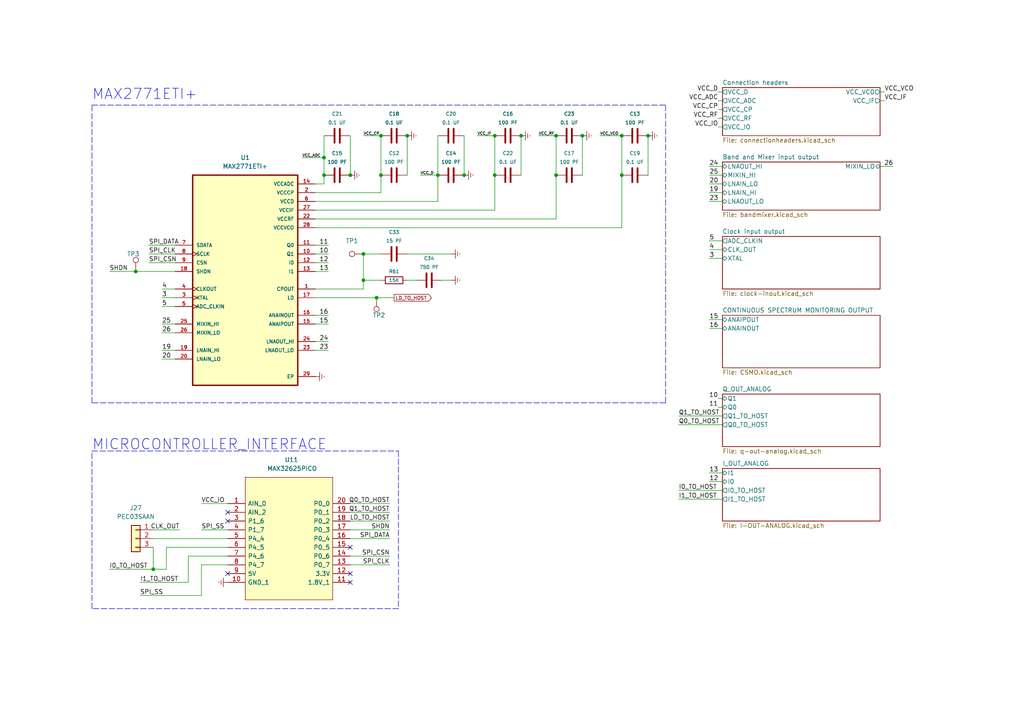
<source format=kicad_sch>
(kicad_sch (version 20211123) (generator eeschema)

  (uuid 6508064e-5876-43b7-ad5e-e76a10190e9b)

  (paper "A4")

  (title_block
    (rev "V2")
    (company "Tim McEvoy/Virginia Tech")
  )

  (lib_symbols
    (symbol "Connector:TestPoint" (pin_numbers hide) (pin_names (offset 0.762) hide) (in_bom yes) (on_board yes)
      (property "Reference" "TP" (id 0) (at 0 6.858 0)
        (effects (font (size 1.27 1.27)))
      )
      (property "Value" "TestPoint" (id 1) (at 0 5.08 0)
        (effects (font (size 1.27 1.27)))
      )
      (property "Footprint" "" (id 2) (at 5.08 0 0)
        (effects (font (size 1.27 1.27)) hide)
      )
      (property "Datasheet" "~" (id 3) (at 5.08 0 0)
        (effects (font (size 1.27 1.27)) hide)
      )
      (property "ki_keywords" "test point tp" (id 4) (at 0 0 0)
        (effects (font (size 1.27 1.27)) hide)
      )
      (property "ki_description" "test point" (id 5) (at 0 0 0)
        (effects (font (size 1.27 1.27)) hide)
      )
      (property "ki_fp_filters" "Pin* Test*" (id 6) (at 0 0 0)
        (effects (font (size 1.27 1.27)) hide)
      )
      (symbol "TestPoint_0_1"
        (circle (center 0 3.302) (radius 0.762)
          (stroke (width 0) (type default) (color 0 0 0 0))
          (fill (type none))
        )
      )
      (symbol "TestPoint_1_1"
        (pin passive line (at 0 0 90) (length 2.54)
          (name "1" (effects (font (size 1.27 1.27))))
          (number "1" (effects (font (size 1.27 1.27))))
        )
      )
    )
    (symbol "Connector_Generic:Conn_01x03" (pin_names (offset 1.016) hide) (in_bom yes) (on_board yes)
      (property "Reference" "J" (id 0) (at 0 5.08 0)
        (effects (font (size 1.27 1.27)))
      )
      (property "Value" "Conn_01x03" (id 1) (at 0 -5.08 0)
        (effects (font (size 1.27 1.27)))
      )
      (property "Footprint" "" (id 2) (at 0 0 0)
        (effects (font (size 1.27 1.27)) hide)
      )
      (property "Datasheet" "~" (id 3) (at 0 0 0)
        (effects (font (size 1.27 1.27)) hide)
      )
      (property "ki_keywords" "connector" (id 4) (at 0 0 0)
        (effects (font (size 1.27 1.27)) hide)
      )
      (property "ki_description" "Generic connector, single row, 01x03, script generated (kicad-library-utils/schlib/autogen/connector/)" (id 5) (at 0 0 0)
        (effects (font (size 1.27 1.27)) hide)
      )
      (property "ki_fp_filters" "Connector*:*_1x??_*" (id 6) (at 0 0 0)
        (effects (font (size 1.27 1.27)) hide)
      )
      (symbol "Conn_01x03_1_1"
        (rectangle (start -1.27 -2.413) (end 0 -2.667)
          (stroke (width 0.1524) (type default) (color 0 0 0 0))
          (fill (type none))
        )
        (rectangle (start -1.27 0.127) (end 0 -0.127)
          (stroke (width 0.1524) (type default) (color 0 0 0 0))
          (fill (type none))
        )
        (rectangle (start -1.27 2.667) (end 0 2.413)
          (stroke (width 0.1524) (type default) (color 0 0 0 0))
          (fill (type none))
        )
        (rectangle (start -1.27 3.81) (end 1.27 -3.81)
          (stroke (width 0.254) (type default) (color 0 0 0 0))
          (fill (type background))
        )
        (pin passive line (at -5.08 2.54 0) (length 3.81)
          (name "Pin_1" (effects (font (size 1.27 1.27))))
          (number "1" (effects (font (size 1.27 1.27))))
        )
        (pin passive line (at -5.08 0 0) (length 3.81)
          (name "Pin_2" (effects (font (size 1.27 1.27))))
          (number "2" (effects (font (size 1.27 1.27))))
        )
        (pin passive line (at -5.08 -2.54 0) (length 3.81)
          (name "Pin_3" (effects (font (size 1.27 1.27))))
          (number "3" (effects (font (size 1.27 1.27))))
        )
      )
    )
    (symbol "Device:C" (pin_numbers hide) (pin_names (offset 0.254)) (in_bom yes) (on_board yes)
      (property "Reference" "C" (id 0) (at 0.635 2.54 0)
        (effects (font (size 1.27 1.27)) (justify left))
      )
      (property "Value" "C" (id 1) (at 0.635 -2.54 0)
        (effects (font (size 1.27 1.27)) (justify left))
      )
      (property "Footprint" "" (id 2) (at 0.9652 -3.81 0)
        (effects (font (size 1.27 1.27)) hide)
      )
      (property "Datasheet" "~" (id 3) (at 0 0 0)
        (effects (font (size 1.27 1.27)) hide)
      )
      (property "ki_keywords" "cap capacitor" (id 4) (at 0 0 0)
        (effects (font (size 1.27 1.27)) hide)
      )
      (property "ki_description" "Unpolarized capacitor" (id 5) (at 0 0 0)
        (effects (font (size 1.27 1.27)) hide)
      )
      (property "ki_fp_filters" "C_*" (id 6) (at 0 0 0)
        (effects (font (size 1.27 1.27)) hide)
      )
      (symbol "C_0_1"
        (polyline
          (pts
            (xy -2.032 -0.762)
            (xy 2.032 -0.762)
          )
          (stroke (width 0.508) (type default) (color 0 0 0 0))
          (fill (type none))
        )
        (polyline
          (pts
            (xy -2.032 0.762)
            (xy 2.032 0.762)
          )
          (stroke (width 0.508) (type default) (color 0 0 0 0))
          (fill (type none))
        )
      )
      (symbol "C_1_1"
        (pin passive line (at 0 3.81 270) (length 2.794)
          (name "~" (effects (font (size 1.27 1.27))))
          (number "1" (effects (font (size 1.27 1.27))))
        )
        (pin passive line (at 0 -3.81 90) (length 2.794)
          (name "~" (effects (font (size 1.27 1.27))))
          (number "2" (effects (font (size 1.27 1.27))))
        )
      )
    )
    (symbol "Device:R" (pin_numbers hide) (pin_names (offset 0)) (in_bom yes) (on_board yes)
      (property "Reference" "R" (id 0) (at 2.032 0 90)
        (effects (font (size 1.27 1.27)))
      )
      (property "Value" "R" (id 1) (at 0 0 90)
        (effects (font (size 1.27 1.27)))
      )
      (property "Footprint" "" (id 2) (at -1.778 0 90)
        (effects (font (size 1.27 1.27)) hide)
      )
      (property "Datasheet" "~" (id 3) (at 0 0 0)
        (effects (font (size 1.27 1.27)) hide)
      )
      (property "ki_keywords" "R res resistor" (id 4) (at 0 0 0)
        (effects (font (size 1.27 1.27)) hide)
      )
      (property "ki_description" "Resistor" (id 5) (at 0 0 0)
        (effects (font (size 1.27 1.27)) hide)
      )
      (property "ki_fp_filters" "R_*" (id 6) (at 0 0 0)
        (effects (font (size 1.27 1.27)) hide)
      )
      (symbol "R_0_1"
        (rectangle (start -1.016 -2.54) (end 1.016 2.54)
          (stroke (width 0.254) (type default) (color 0 0 0 0))
          (fill (type none))
        )
      )
      (symbol "R_1_1"
        (pin passive line (at 0 3.81 270) (length 1.27)
          (name "~" (effects (font (size 1.27 1.27))))
          (number "1" (effects (font (size 1.27 1.27))))
        )
        (pin passive line (at 0 -3.81 90) (length 1.27)
          (name "~" (effects (font (size 1.27 1.27))))
          (number "2" (effects (font (size 1.27 1.27))))
        )
      )
    )
    (symbol "MAX2771ETI_:MAX2771ETI+" (pin_names (offset 1.016)) (in_bom yes) (on_board yes)
      (property "Reference" "U" (id 0) (at -15.24 31.48 0)
        (effects (font (size 1.27 1.27)) (justify left bottom))
      )
      (property "Value" "MAX2771ETI+" (id 1) (at -15.24 -34.48 0)
        (effects (font (size 1.27 1.27)) (justify left bottom))
      )
      (property "Footprint" "QFN50P500X500X80-29N" (id 2) (at 0 0 0)
        (effects (font (size 1.27 1.27)) (justify bottom) hide)
      )
      (property "Datasheet" "" (id 3) (at 0 0 0)
        (effects (font (size 1.27 1.27)) hide)
      )
      (property "MP" "MAX2771ETI+" (id 4) (at 0 0 0)
        (effects (font (size 1.27 1.27)) (justify bottom) hide)
      )
      (property "PACKAGE" "TQFN-28 Maxim" (id 5) (at 0 0 0)
        (effects (font (size 1.27 1.27)) (justify bottom) hide)
      )
      (property "AVAILABILITY" "Unavailable" (id 6) (at 0 0 0)
        (effects (font (size 1.27 1.27)) (justify bottom) hide)
      )
      (property "PRICE" "None" (id 7) (at 0 0 0)
        (effects (font (size 1.27 1.27)) (justify bottom) hide)
      )
      (property "MF" "Maxim Integrated" (id 8) (at 0 0 0)
        (effects (font (size 1.27 1.27)) (justify bottom) hide)
      )
      (property "DESCRIPTION" "NEXT-GENERATION GLOBAL NAVIGATIO" (id 9) (at 0 0 0)
        (effects (font (size 1.27 1.27)) (justify bottom) hide)
      )
      (symbol "MAX2771ETI+_0_0"
        (rectangle (start -15.24 -30.48) (end 15.24 30.48)
          (stroke (width 0.41) (type default) (color 0 0 0 0))
          (fill (type background))
        )
        (pin output line (at 20.32 -2.54 180) (length 5.08)
          (name "CPOUT" (effects (font (size 1.016 1.016))))
          (number "1" (effects (font (size 1.016 1.016))))
        )
        (pin output line (at 20.32 7.62 180) (length 5.08)
          (name "Q1" (effects (font (size 1.016 1.016))))
          (number "10" (effects (font (size 1.016 1.016))))
        )
        (pin output line (at 20.32 10.16 180) (length 5.08)
          (name "Q0" (effects (font (size 1.016 1.016))))
          (number "11" (effects (font (size 1.016 1.016))))
        )
        (pin output line (at 20.32 5.08 180) (length 5.08)
          (name "I0" (effects (font (size 1.016 1.016))))
          (number "12" (effects (font (size 1.016 1.016))))
        )
        (pin output line (at 20.32 2.54 180) (length 5.08)
          (name "I1" (effects (font (size 1.016 1.016))))
          (number "13" (effects (font (size 1.016 1.016))))
        )
        (pin power_in line (at 20.32 27.94 180) (length 5.08)
          (name "VCCADC" (effects (font (size 1.016 1.016))))
          (number "14" (effects (font (size 1.016 1.016))))
        )
        (pin output line (at 20.32 -12.7 180) (length 5.08)
          (name "ANAIPOUT" (effects (font (size 1.016 1.016))))
          (number "15" (effects (font (size 1.016 1.016))))
        )
        (pin output line (at 20.32 -10.16 180) (length 5.08)
          (name "ANAINOUT" (effects (font (size 1.016 1.016))))
          (number "16" (effects (font (size 1.016 1.016))))
        )
        (pin output line (at 20.32 -5.08 180) (length 5.08)
          (name "LD" (effects (font (size 1.016 1.016))))
          (number "17" (effects (font (size 1.016 1.016))))
        )
        (pin input line (at -20.32 2.54 0) (length 5.08)
          (name "SHDN" (effects (font (size 1.016 1.016))))
          (number "18" (effects (font (size 1.016 1.016))))
        )
        (pin input line (at -20.32 -20.32 0) (length 5.08)
          (name "LNAIN_HI" (effects (font (size 1.016 1.016))))
          (number "19" (effects (font (size 1.016 1.016))))
        )
        (pin power_in line (at 20.32 25.4 180) (length 5.08)
          (name "VCCCP" (effects (font (size 1.016 1.016))))
          (number "2" (effects (font (size 1.016 1.016))))
        )
        (pin input line (at -20.32 -22.86 0) (length 5.08)
          (name "LNAIN_LO" (effects (font (size 1.016 1.016))))
          (number "20" (effects (font (size 1.016 1.016))))
        )
        (pin power_in line (at 20.32 17.78 180) (length 5.08)
          (name "VCCRF" (effects (font (size 1.016 1.016))))
          (number "22" (effects (font (size 1.016 1.016))))
        )
        (pin output line (at 20.32 -20.32 180) (length 5.08)
          (name "LNAOUT_LO" (effects (font (size 1.016 1.016))))
          (number "23" (effects (font (size 1.016 1.016))))
        )
        (pin output line (at 20.32 -17.78 180) (length 5.08)
          (name "LNAOUT_HI" (effects (font (size 1.016 1.016))))
          (number "24" (effects (font (size 1.016 1.016))))
        )
        (pin input line (at -20.32 -12.7 0) (length 5.08)
          (name "MIXIN_HI" (effects (font (size 1.016 1.016))))
          (number "25" (effects (font (size 1.016 1.016))))
        )
        (pin input line (at -20.32 -15.24 0) (length 5.08)
          (name "MIXIN_LO" (effects (font (size 1.016 1.016))))
          (number "26" (effects (font (size 1.016 1.016))))
        )
        (pin power_in line (at 20.32 20.32 180) (length 5.08)
          (name "VCCIF" (effects (font (size 1.016 1.016))))
          (number "27" (effects (font (size 1.016 1.016))))
        )
        (pin power_in line (at 20.32 15.24 180) (length 5.08)
          (name "VCCVCO" (effects (font (size 1.016 1.016))))
          (number "28" (effects (font (size 1.016 1.016))))
        )
        (pin power_in line (at 20.32 -27.94 180) (length 5.08)
          (name "EP" (effects (font (size 1.016 1.016))))
          (number "29" (effects (font (size 1.016 1.016))))
        )
        (pin input clock (at -20.32 -5.08 0) (length 5.08)
          (name "XTAL" (effects (font (size 1.016 1.016))))
          (number "3" (effects (font (size 1.016 1.016))))
        )
        (pin output clock (at -20.32 -2.54 0) (length 5.08)
          (name "CLKOUT" (effects (font (size 1.016 1.016))))
          (number "4" (effects (font (size 1.016 1.016))))
        )
        (pin input clock (at -20.32 -7.62 0) (length 5.08)
          (name "ADC_CLKIN" (effects (font (size 1.016 1.016))))
          (number "5" (effects (font (size 1.016 1.016))))
        )
        (pin power_in line (at 20.32 22.86 180) (length 5.08)
          (name "VCCD" (effects (font (size 1.016 1.016))))
          (number "6" (effects (font (size 1.016 1.016))))
        )
        (pin bidirectional line (at -20.32 10.16 0) (length 5.08)
          (name "SDATA" (effects (font (size 1.016 1.016))))
          (number "7" (effects (font (size 1.016 1.016))))
        )
        (pin input clock (at -20.32 7.62 0) (length 5.08)
          (name "SCLK" (effects (font (size 1.016 1.016))))
          (number "8" (effects (font (size 1.016 1.016))))
        )
        (pin input line (at -20.32 5.08 0) (length 5.08)
          (name "CSN" (effects (font (size 1.016 1.016))))
          (number "9" (effects (font (size 1.016 1.016))))
        )
      )
    )
    (symbol "MAX32625PICO#:MAX32625PICO#" (pin_names (offset 0.762)) (in_bom yes) (on_board yes)
      (property "Reference" "U11" (id 0) (at 16.51 12.7 0)
        (effects (font (size 1.27 1.27)) (justify left))
      )
      (property "Value" "MAX32625PICO" (id 1) (at 11.43 10.16 0)
        (effects (font (size 1.27 1.27)) (justify left))
      )
      (property "Footprint" "MAX32625PICO" (id 2) (at 31.75 12.7 0)
        (effects (font (size 1.27 1.27)) (justify left) hide)
      )
      (property "Datasheet" "https://datasheets.maximintegrated.com/en/ds/MAX32625PICO.pdf" (id 3) (at 31.75 10.16 0)
        (effects (font (size 1.27 1.27)) (justify left) hide)
      )
      (property "Description" "Development Boards & Kits - ARM MAXDAP PROGRAMMING ADAPTER MODULE" (id 4) (at 31.75 7.62 0)
        (effects (font (size 1.27 1.27)) (justify left) hide)
      )
      (property "Height" "3" (id 5) (at 31.75 5.08 0)
        (effects (font (size 1.27 1.27)) (justify left) hide)
      )
      (property "Manufacturer_Name" "Analog Devices" (id 6) (at 31.75 2.54 0)
        (effects (font (size 1.27 1.27)) (justify left) hide)
      )
      (property "Manufacturer_Part_Number" "MAX32625PICO#" (id 7) (at 31.75 0 0)
        (effects (font (size 1.27 1.27)) (justify left) hide)
      )
      (property "Mouser Part Number" "700-MAX32625PICO#" (id 8) (at 31.75 -2.54 0)
        (effects (font (size 1.27 1.27)) (justify left) hide)
      )
      (property "Mouser Price/Stock" "https://www.mouser.co.uk/ProductDetail/Maxim-Integrated/MAX32625PICO?qs=BZBei1rCqCCjQLuDZBm8oA%3D%3D" (id 9) (at 31.75 -5.08 0)
        (effects (font (size 1.27 1.27)) (justify left) hide)
      )
      (property "Arrow Part Number" "MAX32625PICO#" (id 10) (at 31.75 -7.62 0)
        (effects (font (size 1.27 1.27)) (justify left) hide)
      )
      (property "Arrow Price/Stock" "https://www.arrow.com/en/products/max32625pico/maxim-integrated?region=nac" (id 11) (at 31.75 -10.16 0)
        (effects (font (size 1.27 1.27)) (justify left) hide)
      )
      (property "Mouser Testing Part Number" "" (id 12) (at 31.75 -12.7 0)
        (effects (font (size 1.27 1.27)) (justify left) hide)
      )
      (property "Mouser Testing Price/Stock" "" (id 13) (at 31.75 -15.24 0)
        (effects (font (size 1.27 1.27)) (justify left) hide)
      )
      (property "ki_description" "Development Boards & Kits - ARM MAXDAP PROGRAMMING ADAPTER MODULE" (id 14) (at 0 0 0)
        (effects (font (size 1.27 1.27)) hide)
      )
      (symbol "MAX32625PICO#_0_0"
        (pin passive line (at 0 0 0) (length 5.08)
          (name "AIN_0" (effects (font (size 1.27 1.27))))
          (number "1" (effects (font (size 1.27 1.27))))
        )
        (pin passive line (at 0 -22.86 0) (length 5.08)
          (name "GND_1" (effects (font (size 1.27 1.27))))
          (number "10" (effects (font (size 1.27 1.27))))
        )
        (pin passive line (at 35.56 -22.86 180) (length 5.08)
          (name "1.8V_1" (effects (font (size 1.27 1.27))))
          (number "11" (effects (font (size 1.27 1.27))))
        )
        (pin passive line (at 35.56 -20.32 180) (length 5.08)
          (name "3.3V" (effects (font (size 1.27 1.27))))
          (number "12" (effects (font (size 1.27 1.27))))
        )
        (pin passive line (at 35.56 -17.78 180) (length 5.08)
          (name "P0_7" (effects (font (size 1.27 1.27))))
          (number "13" (effects (font (size 1.27 1.27))))
        )
        (pin passive line (at 35.56 -15.24 180) (length 5.08)
          (name "P0_6" (effects (font (size 1.27 1.27))))
          (number "14" (effects (font (size 1.27 1.27))))
        )
        (pin passive line (at 35.56 -12.7 180) (length 5.08)
          (name "P0_5" (effects (font (size 1.27 1.27))))
          (number "15" (effects (font (size 1.27 1.27))))
        )
        (pin passive line (at 35.56 -10.16 180) (length 5.08)
          (name "P0_4" (effects (font (size 1.27 1.27))))
          (number "16" (effects (font (size 1.27 1.27))))
        )
        (pin passive line (at 35.56 -7.62 180) (length 5.08)
          (name "P0_3" (effects (font (size 1.27 1.27))))
          (number "17" (effects (font (size 1.27 1.27))))
        )
        (pin passive line (at 35.56 -5.08 180) (length 5.08)
          (name "P0_2" (effects (font (size 1.27 1.27))))
          (number "18" (effects (font (size 1.27 1.27))))
        )
        (pin passive line (at 35.56 -2.54 180) (length 5.08)
          (name "P0_1" (effects (font (size 1.27 1.27))))
          (number "19" (effects (font (size 1.27 1.27))))
        )
        (pin passive line (at 0 -2.54 0) (length 5.08)
          (name "AIN_2" (effects (font (size 1.27 1.27))))
          (number "2" (effects (font (size 1.27 1.27))))
        )
        (pin passive line (at 35.56 0 180) (length 5.08)
          (name "P0_0" (effects (font (size 1.27 1.27))))
          (number "20" (effects (font (size 1.27 1.27))))
        )
        (pin passive line (at 0 -5.08 0) (length 5.08)
          (name "P1_6" (effects (font (size 1.27 1.27))))
          (number "3" (effects (font (size 1.27 1.27))))
        )
        (pin passive line (at 0 -7.62 0) (length 5.08)
          (name "P1_7" (effects (font (size 1.27 1.27))))
          (number "4" (effects (font (size 1.27 1.27))))
        )
        (pin passive line (at 0 -10.16 0) (length 5.08)
          (name "P4_4" (effects (font (size 1.27 1.27))))
          (number "5" (effects (font (size 1.27 1.27))))
        )
        (pin passive line (at 0 -12.7 0) (length 5.08)
          (name "P4_5" (effects (font (size 1.27 1.27))))
          (number "6" (effects (font (size 1.27 1.27))))
        )
        (pin passive line (at 0 -15.24 0) (length 5.08)
          (name "P4_6" (effects (font (size 1.27 1.27))))
          (number "7" (effects (font (size 1.27 1.27))))
        )
        (pin passive line (at 0 -17.78 0) (length 5.08)
          (name "P4_7" (effects (font (size 1.27 1.27))))
          (number "8" (effects (font (size 1.27 1.27))))
        )
        (pin passive line (at 0 -20.32 0) (length 5.08)
          (name "5V" (effects (font (size 1.27 1.27))))
          (number "9" (effects (font (size 1.27 1.27))))
        )
      )
      (symbol "MAX32625PICO#_0_1"
        (polyline
          (pts
            (xy 5.08 7.62)
            (xy 30.48 7.62)
            (xy 30.48 -27.94)
            (xy 5.08 -27.94)
            (xy 5.08 7.62)
          )
          (stroke (width 0.1524) (type default) (color 0 0 0 0))
          (fill (type background))
        )
      )
    )
    (symbol "power:Earth" (power) (pin_names (offset 0)) (in_bom yes) (on_board yes)
      (property "Reference" "#PWR" (id 0) (at 0 -6.35 0)
        (effects (font (size 1.27 1.27)) hide)
      )
      (property "Value" "Earth" (id 1) (at 0 -3.81 0)
        (effects (font (size 1.27 1.27)) hide)
      )
      (property "Footprint" "" (id 2) (at 0 0 0)
        (effects (font (size 1.27 1.27)) hide)
      )
      (property "Datasheet" "~" (id 3) (at 0 0 0)
        (effects (font (size 1.27 1.27)) hide)
      )
      (property "ki_keywords" "power-flag ground gnd" (id 4) (at 0 0 0)
        (effects (font (size 1.27 1.27)) hide)
      )
      (property "ki_description" "Power symbol creates a global label with name \"Earth\"" (id 5) (at 0 0 0)
        (effects (font (size 1.27 1.27)) hide)
      )
      (symbol "Earth_0_1"
        (polyline
          (pts
            (xy -0.635 -1.905)
            (xy 0.635 -1.905)
          )
          (stroke (width 0) (type default) (color 0 0 0 0))
          (fill (type none))
        )
        (polyline
          (pts
            (xy -0.127 -2.54)
            (xy 0.127 -2.54)
          )
          (stroke (width 0) (type default) (color 0 0 0 0))
          (fill (type none))
        )
        (polyline
          (pts
            (xy 0 -1.27)
            (xy 0 0)
          )
          (stroke (width 0) (type default) (color 0 0 0 0))
          (fill (type none))
        )
        (polyline
          (pts
            (xy 1.27 -1.27)
            (xy -1.27 -1.27)
          )
          (stroke (width 0) (type default) (color 0 0 0 0))
          (fill (type none))
        )
      )
      (symbol "Earth_1_1"
        (pin power_in line (at 0 0 270) (length 0) hide
          (name "Earth" (effects (font (size 1.27 1.27))))
          (number "1" (effects (font (size 1.27 1.27))))
        )
      )
    )
  )

  (junction (at 39.37 78.74) (diameter 0) (color 0 0 0 0)
    (uuid 038427d0-a50a-4a38-a8bb-6861094506ae)
  )
  (junction (at 151.13 39.37) (diameter 0) (color 0 0 0 0)
    (uuid 038bab00-de7d-4cc2-b84c-d3ce582945f6)
  )
  (junction (at 168.91 39.37) (diameter 0) (color 0 0 0 0)
    (uuid 06ae6464-f10a-4456-95e5-b28cef05ef4c)
  )
  (junction (at 105.41 73.66) (diameter 0) (color 0 0 0 0)
    (uuid 113a81f2-c616-4487-80a3-5d5156357c41)
  )
  (junction (at 143.51 50.8) (diameter 0) (color 0 0 0 0)
    (uuid 33e619b6-1205-47f9-ad9b-5d6c57712351)
  )
  (junction (at 110.49 50.8) (diameter 0) (color 0 0 0 0)
    (uuid 3a1219d9-0b31-4761-a9ec-84f54a5331e1)
  )
  (junction (at 134.62 50.8) (diameter 0) (color 0 0 0 0)
    (uuid 4e8f6610-f9c1-478a-8487-5794c84fafba)
  )
  (junction (at 118.11 39.37) (diameter 0) (color 0 0 0 0)
    (uuid 60225469-416d-4b1a-87bc-d6d0c3eae182)
  )
  (junction (at 109.22 86.36) (diameter 0) (color 0 0 0 0)
    (uuid 6a7bfc2c-b579-4f62-8c32-e73d97e1afa8)
  )
  (junction (at 101.6 50.8) (diameter 0) (color 0 0 0 0)
    (uuid 7dbe890c-1d2a-4aed-8d03-133ac420a34f)
  )
  (junction (at 44.45 165.1) (diameter 0) (color 0 0 0 0)
    (uuid 8afab96b-0efc-4093-945c-c32e1308b7c0)
  )
  (junction (at 143.51 39.37) (diameter 0) (color 0 0 0 0)
    (uuid 8b7b814e-2ed4-4819-905e-bd283b882d09)
  )
  (junction (at 110.49 39.37) (diameter 0) (color 0 0 0 0)
    (uuid 9762fa02-a23a-4598-bc65-9a7278598483)
  )
  (junction (at 105.41 81.28) (diameter 0) (color 0 0 0 0)
    (uuid 99148027-9f76-41cd-8427-194ba8b2a4ba)
  )
  (junction (at 180.34 50.8) (diameter 0) (color 0 0 0 0)
    (uuid ae0264bc-8e57-42c7-afd8-0a5b15efcf10)
  )
  (junction (at 93.98 45.72) (diameter 0) (color 0 0 0 0)
    (uuid b0ca5bf6-ee80-4d07-b913-c204834a8e78)
  )
  (junction (at 180.34 39.37) (diameter 0) (color 0 0 0 0)
    (uuid b57d9b5b-774c-47f1-abb6-e8c347409839)
  )
  (junction (at 127 50.8) (diameter 0) (color 0 0 0 0)
    (uuid b6543aad-a918-490c-9966-c7cb82129525)
  )
  (junction (at 161.29 50.8) (diameter 0) (color 0 0 0 0)
    (uuid c56998b0-dbae-4d90-adb1-562b8adf607b)
  )
  (junction (at 161.29 39.37) (diameter 0) (color 0 0 0 0)
    (uuid eac83932-dca8-4132-b4aa-493c32ca16db)
  )
  (junction (at 93.98 50.8) (diameter 0) (color 0 0 0 0)
    (uuid f26c6f96-9639-4a2a-a8e9-d4c780745772)
  )
  (junction (at 187.96 39.37) (diameter 0) (color 0 0 0 0)
    (uuid fd6e7de7-3eb3-49d1-857f-8abc7ab96fdf)
  )

  (no_connect (at 101.6 166.37) (uuid 28894601-65a6-49e1-a9ab-f30eb89d7498))
  (no_connect (at 101.6 158.75) (uuid 2b6c55ad-621b-4c55-8571-3a3a12fb171d))
  (no_connect (at 66.04 166.37) (uuid 5616f743-a5e2-44ea-b43d-ddd408f9c078))
  (no_connect (at 66.04 148.59) (uuid 82ce6e50-a1ac-49cd-acde-d87c2744cae4))
  (no_connect (at 66.04 151.13) (uuid 8890e266-122f-4828-9c67-911792f7d4a0))
  (no_connect (at 101.6 168.91) (uuid 9f0f5a33-5906-4aaf-b80c-94d6dd70a7ad))

  (wire (pts (xy 209.55 95.25) (xy 205.74 95.25))
    (stroke (width 0) (type default) (color 0 0 0 0))
    (uuid 00cbb828-a1aa-4aad-95df-b75ab53a6fba)
  )
  (wire (pts (xy 118.11 39.37) (xy 118.11 50.8))
    (stroke (width 0) (type default) (color 0 0 0 0))
    (uuid 038251ae-fd4f-4cb5-b5fd-837079a35862)
  )
  (wire (pts (xy 46.99 93.98) (xy 50.8 93.98))
    (stroke (width 0) (type default) (color 0 0 0 0))
    (uuid 03b3f8d9-e163-4438-b460-d167daeadf5f)
  )
  (wire (pts (xy 209.55 55.88) (xy 205.74 55.88))
    (stroke (width 0) (type default) (color 0 0 0 0))
    (uuid 055ebb8b-6f5d-4d6c-83ff-e8925b46a551)
  )
  (wire (pts (xy 105.41 73.66) (xy 105.41 81.28))
    (stroke (width 0) (type default) (color 0 0 0 0))
    (uuid 05f0655d-bd13-48e5-b295-bd6a6a7ed447)
  )
  (wire (pts (xy 46.99 83.82) (xy 50.8 83.82))
    (stroke (width 0) (type default) (color 0 0 0 0))
    (uuid 077f0ec7-d4a0-4289-9f2b-50cc091e2584)
  )
  (wire (pts (xy 209.55 139.7) (xy 205.74 139.7))
    (stroke (width 0) (type default) (color 0 0 0 0))
    (uuid 08f97d4e-705f-41f3-9cc0-585a6ce2dc2b)
  )
  (wire (pts (xy 134.62 39.37) (xy 134.62 50.8))
    (stroke (width 0) (type default) (color 0 0 0 0))
    (uuid 0bc65724-7764-49fc-a10d-bc35214eac22)
  )
  (wire (pts (xy 31.75 78.74) (xy 39.37 78.74))
    (stroke (width 0) (type default) (color 0 0 0 0))
    (uuid 0d31fde8-cc7b-4f34-93ae-87629ff2acd4)
  )
  (polyline (pts (xy 26.67 30.48) (xy 193.04 30.48))
    (stroke (width 0) (type default) (color 0 0 0 0))
    (uuid 0d3ac362-6909-4844-9d33-3ee1fe6356ee)
  )

  (wire (pts (xy 93.98 50.8) (xy 93.98 53.34))
    (stroke (width 0) (type default) (color 0 0 0 0))
    (uuid 0e9b158a-e39c-4737-b3dd-009f75d99584)
  )
  (wire (pts (xy 101.6 161.29) (xy 113.03 161.29))
    (stroke (width 0) (type default) (color 0 0 0 0))
    (uuid 0f20841d-aa30-41d0-afdd-41757f37c2b3)
  )
  (wire (pts (xy 209.55 92.71) (xy 205.74 92.71))
    (stroke (width 0) (type default) (color 0 0 0 0))
    (uuid 0fbc9451-6b7a-4fdf-bcd3-261745768955)
  )
  (wire (pts (xy 101.6 151.13) (xy 113.03 151.13))
    (stroke (width 0) (type default) (color 0 0 0 0))
    (uuid 12feff42-e3f9-4edd-809e-035c7c20768c)
  )
  (wire (pts (xy 66.04 153.67) (xy 58.42 153.67))
    (stroke (width 0) (type default) (color 0 0 0 0))
    (uuid 13abcbcf-bf41-4515-81fb-9c00c1cc81b5)
  )
  (wire (pts (xy 91.44 78.74) (xy 95.25 78.74))
    (stroke (width 0) (type default) (color 0 0 0 0))
    (uuid 166399b5-d030-48d6-811f-3727c3a8bd9f)
  )
  (wire (pts (xy 39.37 78.74) (xy 50.8 78.74))
    (stroke (width 0) (type default) (color 0 0 0 0))
    (uuid 182831a0-e3fb-44a7-b149-fb6b90150d94)
  )
  (wire (pts (xy 43.18 71.12) (xy 50.8 71.12))
    (stroke (width 0) (type default) (color 0 0 0 0))
    (uuid 197a635a-3a1a-42d7-b238-ba567f380984)
  )
  (wire (pts (xy 91.44 86.36) (xy 109.22 86.36))
    (stroke (width 0) (type default) (color 0 0 0 0))
    (uuid 19b89b60-665d-42cb-b82c-0308c95d92fc)
  )
  (polyline (pts (xy 193.04 30.48) (xy 193.04 116.84))
    (stroke (width 0) (type default) (color 0 0 0 0))
    (uuid 19df020a-ebd3-45f7-aa22-7421f36603e9)
  )

  (wire (pts (xy 46.99 86.36) (xy 50.8 86.36))
    (stroke (width 0) (type default) (color 0 0 0 0))
    (uuid 1abcd579-f2a3-41a0-bbec-e1612a330052)
  )
  (wire (pts (xy 205.74 53.34) (xy 209.55 53.34))
    (stroke (width 0) (type default) (color 0 0 0 0))
    (uuid 1e29dff7-0b6f-45d9-a1be-58a2213cef9e)
  )
  (wire (pts (xy 91.44 91.44) (xy 95.25 91.44))
    (stroke (width 0) (type default) (color 0 0 0 0))
    (uuid 1f61024c-3b77-437d-a742-8272f0d04210)
  )
  (wire (pts (xy 91.44 76.2) (xy 95.25 76.2))
    (stroke (width 0) (type default) (color 0 0 0 0))
    (uuid 2228bb97-4079-43ff-a8d2-c7b0befada4d)
  )
  (wire (pts (xy 209.55 137.16) (xy 205.74 137.16))
    (stroke (width 0) (type default) (color 0 0 0 0))
    (uuid 2418acd1-7bc4-46bc-b9f3-440e019de2d8)
  )
  (wire (pts (xy 101.6 39.37) (xy 101.6 50.8))
    (stroke (width 0) (type default) (color 0 0 0 0))
    (uuid 24db6a80-0e88-40ee-a28f-7e900127bd42)
  )
  (wire (pts (xy 208.28 26.67) (xy 209.55 26.67))
    (stroke (width 0) (type default) (color 0 0 0 0))
    (uuid 26ea23df-7253-471b-aa6b-c1d4de14049c)
  )
  (wire (pts (xy 43.18 76.2) (xy 50.8 76.2))
    (stroke (width 0) (type default) (color 0 0 0 0))
    (uuid 28ea7c47-2df5-4c37-8502-a5d2253b211e)
  )
  (wire (pts (xy 101.6 146.05) (xy 113.03 146.05))
    (stroke (width 0) (type default) (color 0 0 0 0))
    (uuid 2a832d06-0994-4d19-9ddc-245a3eb89289)
  )
  (wire (pts (xy 255.27 29.21) (xy 256.54 29.21))
    (stroke (width 0) (type default) (color 0 0 0 0))
    (uuid 2be09997-139d-486b-ac26-d8f426466c92)
  )
  (wire (pts (xy 101.6 156.21) (xy 113.03 156.21))
    (stroke (width 0) (type default) (color 0 0 0 0))
    (uuid 2cd38b42-41ee-4180-8ee1-06dd0b7c7aca)
  )
  (wire (pts (xy 255.27 48.26) (xy 259.08 48.26))
    (stroke (width 0) (type default) (color 0 0 0 0))
    (uuid 314a680b-07e4-4fa3-9b2b-d595574e3b1b)
  )
  (wire (pts (xy 91.44 55.88) (xy 110.49 55.88))
    (stroke (width 0) (type default) (color 0 0 0 0))
    (uuid 319401b1-de30-4f9f-8dc3-aefacb4938b5)
  )
  (wire (pts (xy 105.41 81.28) (xy 105.41 83.82))
    (stroke (width 0) (type default) (color 0 0 0 0))
    (uuid 3a9646c7-cdaf-4d3f-ae93-bd54805c2436)
  )
  (wire (pts (xy 91.44 63.5) (xy 161.29 63.5))
    (stroke (width 0) (type default) (color 0 0 0 0))
    (uuid 3b71120d-9946-49fc-b355-ca5e4e1f6acd)
  )
  (wire (pts (xy 205.74 74.93) (xy 209.55 74.93))
    (stroke (width 0) (type default) (color 0 0 0 0))
    (uuid 3ba460bd-e6dc-48db-b1f6-0ae7320a11f2)
  )
  (wire (pts (xy 127 39.37) (xy 127 50.8))
    (stroke (width 0) (type default) (color 0 0 0 0))
    (uuid 3c3abbee-4613-475d-ba1d-b1d2632fefe5)
  )
  (wire (pts (xy 43.18 73.66) (xy 50.8 73.66))
    (stroke (width 0) (type default) (color 0 0 0 0))
    (uuid 3c8f3819-af13-4499-81fb-47380e3f598a)
  )
  (wire (pts (xy 208.28 36.83) (xy 209.55 36.83))
    (stroke (width 0) (type default) (color 0 0 0 0))
    (uuid 3ec532b9-6fea-4d61-8ad0-6a88d78a1222)
  )
  (wire (pts (xy 66.04 163.83) (xy 58.42 163.83))
    (stroke (width 0) (type default) (color 0 0 0 0))
    (uuid 3fe0be1a-f4fd-48c7-aa1d-bf6be083cf60)
  )
  (wire (pts (xy 161.29 50.8) (xy 161.29 63.5))
    (stroke (width 0) (type default) (color 0 0 0 0))
    (uuid 41e6c0a7-6232-4ab2-b1d9-06cee1a5381a)
  )
  (wire (pts (xy 66.04 161.29) (xy 54.61 161.29))
    (stroke (width 0) (type default) (color 0 0 0 0))
    (uuid 42083360-7460-48fc-9d0b-37743e1fb110)
  )
  (wire (pts (xy 66.04 156.21) (xy 44.45 156.21))
    (stroke (width 0) (type default) (color 0 0 0 0))
    (uuid 44b92218-8f8e-4e70-9d3e-ab763cbae80c)
  )
  (wire (pts (xy 58.42 146.05) (xy 66.04 146.05))
    (stroke (width 0) (type default) (color 0 0 0 0))
    (uuid 45206f0b-07a8-45c8-8b07-1df35b157e47)
  )
  (wire (pts (xy 209.55 58.42) (xy 205.74 58.42))
    (stroke (width 0) (type default) (color 0 0 0 0))
    (uuid 48ab3969-98c9-4c6a-b04e-5f6cf21e192a)
  )
  (wire (pts (xy 91.44 101.6) (xy 95.25 101.6))
    (stroke (width 0) (type default) (color 0 0 0 0))
    (uuid 49e2706c-8ce4-4cd8-964c-8b91fcac45fa)
  )
  (wire (pts (xy 209.55 120.65) (xy 196.85 120.65))
    (stroke (width 0) (type default) (color 0 0 0 0))
    (uuid 4aaf2f41-496c-4072-b309-f41b5c2bba2f)
  )
  (wire (pts (xy 143.51 39.37) (xy 143.51 50.8))
    (stroke (width 0) (type default) (color 0 0 0 0))
    (uuid 4ea206f4-1eb2-4ca4-a621-db5ede1c84a1)
  )
  (wire (pts (xy 209.55 50.8) (xy 205.74 50.8))
    (stroke (width 0) (type default) (color 0 0 0 0))
    (uuid 52038f0c-a9c0-4224-86b0-6d2ae6caef22)
  )
  (polyline (pts (xy 85.09 130.81) (xy 115.57 130.81))
    (stroke (width 0) (type default) (color 0 0 0 0))
    (uuid 5234c388-1df7-4f64-b702-f5221d47bb0f)
  )

  (wire (pts (xy 156.21 39.37) (xy 161.29 39.37))
    (stroke (width 0) (type default) (color 0 0 0 0))
    (uuid 5356b568-6f18-4e04-94d4-9fb5227bceee)
  )
  (polyline (pts (xy 26.67 116.84) (xy 26.67 30.48))
    (stroke (width 0) (type default) (color 0 0 0 0))
    (uuid 5418fe25-b3f6-4e34-a01e-f898e5654bfd)
  )

  (wire (pts (xy 173.99 39.37) (xy 180.34 39.37))
    (stroke (width 0) (type default) (color 0 0 0 0))
    (uuid 547901f2-fcd4-479f-a3a9-580a1a906319)
  )
  (wire (pts (xy 205.74 72.39) (xy 209.55 72.39))
    (stroke (width 0) (type default) (color 0 0 0 0))
    (uuid 5524dd67-09e3-4161-b44f-b3a208a62bad)
  )
  (polyline (pts (xy 26.67 130.81) (xy 85.09 130.81))
    (stroke (width 0) (type default) (color 0 0 0 0))
    (uuid 56cadf3c-9173-468a-9a50-62862ed8d1ea)
  )
  (polyline (pts (xy 115.57 176.53) (xy 26.67 176.53))
    (stroke (width 0) (type default) (color 0 0 0 0))
    (uuid 66e9eb08-7fff-4a50-af7c-be96d442622e)
  )

  (wire (pts (xy 40.64 168.91) (xy 54.61 168.91))
    (stroke (width 0) (type default) (color 0 0 0 0))
    (uuid 69ca3068-f393-41c5-9865-94f7ac4267ad)
  )
  (polyline (pts (xy 193.04 116.84) (xy 26.67 116.84))
    (stroke (width 0) (type default) (color 0 0 0 0))
    (uuid 6a438531-9f0a-4251-bc4d-7ea9ba212650)
  )

  (wire (pts (xy 31.75 165.1) (xy 44.45 165.1))
    (stroke (width 0) (type default) (color 0 0 0 0))
    (uuid 6b1cf033-6770-4a7b-b150-713525161dc6)
  )
  (wire (pts (xy 118.11 81.28) (xy 120.65 81.28))
    (stroke (width 0) (type default) (color 0 0 0 0))
    (uuid 6e6aa6a8-f402-4de9-bcb2-a2ef2e0c83a3)
  )
  (wire (pts (xy 91.44 60.96) (xy 143.51 60.96))
    (stroke (width 0) (type default) (color 0 0 0 0))
    (uuid 6efa5568-6412-49d8-a883-eb0c01e185a7)
  )
  (wire (pts (xy 87.63 45.72) (xy 93.98 45.72))
    (stroke (width 0) (type default) (color 0 0 0 0))
    (uuid 70fa65bc-43b2-4715-b50a-b0373755bbf5)
  )
  (wire (pts (xy 48.26 158.75) (xy 66.04 158.75))
    (stroke (width 0) (type default) (color 0 0 0 0))
    (uuid 74535d77-772d-4bcc-bc5b-a218fdbd3349)
  )
  (wire (pts (xy 180.34 50.8) (xy 180.34 66.04))
    (stroke (width 0) (type default) (color 0 0 0 0))
    (uuid 7493a969-06d3-49b1-b934-e2e6f5ce052d)
  )
  (wire (pts (xy 46.99 104.14) (xy 50.8 104.14))
    (stroke (width 0) (type default) (color 0 0 0 0))
    (uuid 751c6b8c-f603-4d5d-a5b9-3dfae8f61fa3)
  )
  (wire (pts (xy 208.28 31.75) (xy 209.55 31.75))
    (stroke (width 0) (type default) (color 0 0 0 0))
    (uuid 78737954-9f52-4d5f-9301-60b508650e6d)
  )
  (wire (pts (xy 208.28 115.57) (xy 209.55 115.57))
    (stroke (width 0) (type default) (color 0 0 0 0))
    (uuid 7c0c3554-00d2-41b1-9180-23c23bd327d2)
  )
  (polyline (pts (xy 26.67 176.53) (xy 26.67 130.81))
    (stroke (width 0) (type default) (color 0 0 0 0))
    (uuid 7d5726d6-9b6f-4655-84d2-47b14f5473cb)
  )

  (wire (pts (xy 105.41 81.28) (xy 110.49 81.28))
    (stroke (width 0) (type default) (color 0 0 0 0))
    (uuid 80189ae8-adf5-47b0-be4b-1e5e654b4fd9)
  )
  (wire (pts (xy 91.44 66.04) (xy 180.34 66.04))
    (stroke (width 0) (type default) (color 0 0 0 0))
    (uuid 80ba6054-a5d9-4ff7-9a66-598b00b34ab2)
  )
  (wire (pts (xy 91.44 83.82) (xy 105.41 83.82))
    (stroke (width 0) (type default) (color 0 0 0 0))
    (uuid 81abba11-9e27-44ca-9e3b-a90b8b2b5544)
  )
  (wire (pts (xy 91.44 71.12) (xy 95.25 71.12))
    (stroke (width 0) (type default) (color 0 0 0 0))
    (uuid 81c6d798-b142-427a-aa73-4755c7aae9f4)
  )
  (wire (pts (xy 101.6 148.59) (xy 113.03 148.59))
    (stroke (width 0) (type default) (color 0 0 0 0))
    (uuid 81d3a6a3-f4f7-401e-b3aa-8daa3dbcea31)
  )
  (wire (pts (xy 205.74 69.85) (xy 209.55 69.85))
    (stroke (width 0) (type default) (color 0 0 0 0))
    (uuid 8bda4afc-6f8c-49a0-9f24-5d19b2f99ff4)
  )
  (wire (pts (xy 208.28 34.29) (xy 209.55 34.29))
    (stroke (width 0) (type default) (color 0 0 0 0))
    (uuid 8bef696d-51dd-47b7-bd97-2732e7572d45)
  )
  (wire (pts (xy 46.99 96.52) (xy 50.8 96.52))
    (stroke (width 0) (type default) (color 0 0 0 0))
    (uuid 90523f4d-5d42-4865-818f-a65481335563)
  )
  (wire (pts (xy 44.45 165.1) (xy 48.26 165.1))
    (stroke (width 0) (type default) (color 0 0 0 0))
    (uuid 9277dcd3-3fee-4cf2-8035-b36198960b0a)
  )
  (wire (pts (xy 101.6 163.83) (xy 113.03 163.83))
    (stroke (width 0) (type default) (color 0 0 0 0))
    (uuid 92eb5f98-ab1d-4108-b31d-e1172e2ccff1)
  )
  (wire (pts (xy 180.34 39.37) (xy 180.34 50.8))
    (stroke (width 0) (type default) (color 0 0 0 0))
    (uuid 933a6c84-99c7-4a6c-9e5e-920fe1c7bc8a)
  )
  (wire (pts (xy 105.41 39.37) (xy 110.49 39.37))
    (stroke (width 0) (type default) (color 0 0 0 0))
    (uuid a2c9a055-dea0-4f2e-8ed4-d28d8f918ea5)
  )
  (wire (pts (xy 161.29 39.37) (xy 161.29 50.8))
    (stroke (width 0) (type default) (color 0 0 0 0))
    (uuid a5d13368-1cab-458d-b34a-cf9cbd687247)
  )
  (wire (pts (xy 54.61 161.29) (xy 54.61 168.91))
    (stroke (width 0) (type default) (color 0 0 0 0))
    (uuid a7030647-c0b5-493f-972f-014f80ee624b)
  )
  (wire (pts (xy 255.27 26.67) (xy 256.54 26.67))
    (stroke (width 0) (type default) (color 0 0 0 0))
    (uuid ae7acb0f-0dcc-48a7-9b07-3190d59db926)
  )
  (wire (pts (xy 44.45 158.75) (xy 44.45 165.1))
    (stroke (width 0) (type default) (color 0 0 0 0))
    (uuid aeef2ba2-de9b-46e4-a9e6-dd30ceeaa5d7)
  )
  (wire (pts (xy 208.28 118.11) (xy 209.55 118.11))
    (stroke (width 0) (type default) (color 0 0 0 0))
    (uuid b0182e31-41ed-4939-9afe-0726149eb5c2)
  )
  (wire (pts (xy 121.92 50.8) (xy 127 50.8))
    (stroke (width 0) (type default) (color 0 0 0 0))
    (uuid b3dbe298-3163-4833-9f69-a5d684201953)
  )
  (wire (pts (xy 209.55 123.19) (xy 196.85 123.19))
    (stroke (width 0) (type default) (color 0 0 0 0))
    (uuid b8c1155b-804a-4e15-b27d-16f7fda3d115)
  )
  (wire (pts (xy 91.44 73.66) (xy 95.25 73.66))
    (stroke (width 0) (type default) (color 0 0 0 0))
    (uuid b9665029-54f9-4ca2-8983-9174840c0a72)
  )
  (wire (pts (xy 101.6 153.67) (xy 113.03 153.67))
    (stroke (width 0) (type default) (color 0 0 0 0))
    (uuid b96e4cb9-c8c0-421f-8937-37980a07e8f3)
  )
  (wire (pts (xy 128.27 81.28) (xy 130.81 81.28))
    (stroke (width 0) (type default) (color 0 0 0 0))
    (uuid c1abca7c-9bfb-4420-9808-9f3a9390985c)
  )
  (wire (pts (xy 110.49 39.37) (xy 110.49 50.8))
    (stroke (width 0) (type default) (color 0 0 0 0))
    (uuid c28bfc7f-4f9e-458f-a947-8d1cfa25f7ea)
  )
  (wire (pts (xy 44.45 153.67) (xy 52.07 153.67))
    (stroke (width 0) (type default) (color 0 0 0 0))
    (uuid c6257349-1c01-4f8e-a38d-b6c92270ddca)
  )
  (wire (pts (xy 143.51 50.8) (xy 143.51 60.96))
    (stroke (width 0) (type default) (color 0 0 0 0))
    (uuid ca6408fd-cc7f-45af-98a2-b027d335cb7a)
  )
  (wire (pts (xy 110.49 50.8) (xy 110.49 55.88))
    (stroke (width 0) (type default) (color 0 0 0 0))
    (uuid ce1aaea5-ced2-48d9-8b97-dd6aaf5af0a0)
  )
  (wire (pts (xy 58.42 163.83) (xy 58.42 172.72))
    (stroke (width 0) (type default) (color 0 0 0 0))
    (uuid cf115d26-bf82-4ea1-b4eb-74b406672d84)
  )
  (wire (pts (xy 196.85 142.24) (xy 209.55 142.24))
    (stroke (width 0) (type default) (color 0 0 0 0))
    (uuid d217b5c1-2d6c-41ab-84de-7572fa1b88d7)
  )
  (wire (pts (xy 105.41 73.66) (xy 110.49 73.66))
    (stroke (width 0) (type default) (color 0 0 0 0))
    (uuid d73124ad-3b36-4857-87bf-723d0591df44)
  )
  (wire (pts (xy 93.98 45.72) (xy 93.98 50.8))
    (stroke (width 0) (type default) (color 0 0 0 0))
    (uuid d7890d1e-99d7-4dd0-8c9d-d76252f1c017)
  )
  (wire (pts (xy 91.44 99.06) (xy 95.25 99.06))
    (stroke (width 0) (type default) (color 0 0 0 0))
    (uuid d93520e2-0d4d-4c27-8e48-fcb3ae8e28fa)
  )
  (wire (pts (xy 91.44 58.42) (xy 127 58.42))
    (stroke (width 0) (type default) (color 0 0 0 0))
    (uuid d9ab471f-ffe3-466e-9b1e-41532d9fe308)
  )
  (wire (pts (xy 40.64 172.72) (xy 58.42 172.72))
    (stroke (width 0) (type default) (color 0 0 0 0))
    (uuid db345d28-6fa7-4cab-b397-6b7dcf8455a1)
  )
  (wire (pts (xy 209.55 48.26) (xy 205.74 48.26))
    (stroke (width 0) (type default) (color 0 0 0 0))
    (uuid dcd15c23-3ee1-4626-8600-647adeffa4d6)
  )
  (wire (pts (xy 48.26 158.75) (xy 48.26 165.1))
    (stroke (width 0) (type default) (color 0 0 0 0))
    (uuid de630492-1863-46c6-9cb0-e2bf592fe3df)
  )
  (wire (pts (xy 208.28 29.21) (xy 209.55 29.21))
    (stroke (width 0) (type default) (color 0 0 0 0))
    (uuid dfc834b3-4a5d-40d7-a2a6-19432cb43ed7)
  )
  (wire (pts (xy 187.96 39.37) (xy 187.96 50.8))
    (stroke (width 0) (type default) (color 0 0 0 0))
    (uuid e53ac94b-9e19-492c-aec6-393053c374c2)
  )
  (wire (pts (xy 138.43 39.37) (xy 143.51 39.37))
    (stroke (width 0) (type default) (color 0 0 0 0))
    (uuid e53d1a08-ef56-4cf3-ab9e-fc905424922d)
  )
  (wire (pts (xy 168.91 39.37) (xy 168.91 50.8))
    (stroke (width 0) (type default) (color 0 0 0 0))
    (uuid e8972da3-f379-4ba8-bb32-6ee743682d65)
  )
  (wire (pts (xy 46.99 101.6) (xy 50.8 101.6))
    (stroke (width 0) (type default) (color 0 0 0 0))
    (uuid ebdc9e8e-cd96-453e-bc85-43e0bdd59388)
  )
  (wire (pts (xy 93.98 39.37) (xy 93.98 45.72))
    (stroke (width 0) (type default) (color 0 0 0 0))
    (uuid f266bdc5-2df9-450c-a0bb-d6b1d9cce1d8)
  )
  (wire (pts (xy 118.11 73.66) (xy 130.81 73.66))
    (stroke (width 0) (type default) (color 0 0 0 0))
    (uuid f388ebad-15a6-49c5-a218-012d5c3a4488)
  )
  (wire (pts (xy 127 58.42) (xy 127 50.8))
    (stroke (width 0) (type default) (color 0 0 0 0))
    (uuid f6b13f96-71cb-4b99-ad0b-52d809836031)
  )
  (wire (pts (xy 46.99 88.9) (xy 50.8 88.9))
    (stroke (width 0) (type default) (color 0 0 0 0))
    (uuid f837ceff-e30b-4f5f-833a-003a0f4fe253)
  )
  (wire (pts (xy 91.44 53.34) (xy 93.98 53.34))
    (stroke (width 0) (type default) (color 0 0 0 0))
    (uuid fb1f46f6-1118-4aeb-aa58-87a228457e61)
  )
  (wire (pts (xy 196.85 144.78) (xy 209.55 144.78))
    (stroke (width 0) (type default) (color 0 0 0 0))
    (uuid fc2f3679-8188-495d-b207-74a05aae794d)
  )
  (polyline (pts (xy 115.57 130.81) (xy 115.57 176.53))
    (stroke (width 0) (type default) (color 0 0 0 0))
    (uuid fc382b42-ba29-43f9-b93d-f7eaa4febb07)
  )

  (wire (pts (xy 109.22 86.36) (xy 114.3 86.36))
    (stroke (width 0) (type default) (color 0 0 0 0))
    (uuid fe3a8f97-ee29-43f9-ba70-2089781915ac)
  )
  (wire (pts (xy 151.13 39.37) (xy 151.13 50.8))
    (stroke (width 0) (type default) (color 0 0 0 0))
    (uuid fe94d25c-4fa5-4663-aad6-a6b2cf31c0fb)
  )
  (wire (pts (xy 91.44 93.98) (xy 95.25 93.98))
    (stroke (width 0) (type default) (color 0 0 0 0))
    (uuid ffae8422-107a-4ec4-bb32-94e0ef9ddedc)
  )

  (text "MICROCONTROLLER_INTERFACE" (at 26.67 130.81 0)
    (effects (font (size 3 3)) (justify left bottom))
    (uuid b838b842-c309-4373-bb3e-6860115564e6)
  )
  (text "MAX2771ETI+" (at 26.67 29.21 0)
    (effects (font (size 3 3)) (justify left bottom))
    (uuid c2c8ba95-5caa-4bbe-bc31-4f228f589a45)
  )

  (label "SPI_SS" (at 58.42 153.67 0)
    (effects (font (size 1.27 1.27)) (justify left bottom))
    (uuid 01255453-d17f-452e-bb98-20cce0f3e075)
  )
  (label "20" (at 46.99 104.14 0)
    (effects (font (size 1.27 1.27)) (justify left bottom))
    (uuid 01bbac34-a20b-4bc9-87ff-961912030d22)
  )
  (label "I0_TO_HOST" (at 196.85 142.24 0)
    (effects (font (size 1.27 1.27)) (justify left bottom))
    (uuid 030e93b8-67d3-4c62-99d8-d18192d949a9)
  )
  (label "SPI_SS" (at 40.64 172.72 0)
    (effects (font (size 1.27 1.27)) (justify left bottom))
    (uuid 048ec329-1392-4da8-b5fc-820113f7aa13)
  )
  (label "3" (at 205.74 74.93 0)
    (effects (font (size 1.27 1.27)) (justify left bottom))
    (uuid 050f8813-f86d-4173-844b-1beabc006c3a)
  )
  (label "25" (at 205.74 50.8 0)
    (effects (font (size 1.27 1.27)) (justify left bottom))
    (uuid 070fd92c-dbc9-4707-a3c6-d0d17b567705)
  )
  (label "10" (at 208.28 115.57 180)
    (effects (font (size 1.27 1.27)) (justify right bottom))
    (uuid 0d8656bb-408b-4aec-a16a-3aa750807665)
  )
  (label "3" (at 46.99 86.36 0)
    (effects (font (size 1.27 1.27)) (justify left bottom))
    (uuid 141f13dd-57b8-4b56-862a-2bce63c6e4f0)
  )
  (label "VCC_ADC" (at 87.63 45.72 0)
    (effects (font (size 0.8 0.8)) (justify left bottom))
    (uuid 1809d155-9b02-4b63-903f-aeb46297de02)
  )
  (label "SPI_CLK" (at 113.03 163.83 180)
    (effects (font (size 1.27 1.27)) (justify right bottom))
    (uuid 19c7912c-4295-4323-81bc-1a14ae63fcd2)
  )
  (label "VCC_IF" (at 256.54 29.21 0)
    (effects (font (size 1.27 1.27)) (justify left bottom))
    (uuid 1c09aec7-6832-47d9-9e4b-c2b1297ceea7)
  )
  (label "26" (at 46.99 96.52 0)
    (effects (font (size 1.27 1.27)) (justify left bottom))
    (uuid 1ed6a8df-5d76-499d-a64f-44305fd5e450)
  )
  (label "SHDN" (at 31.75 78.74 0)
    (effects (font (size 1.27 1.27)) (justify left bottom))
    (uuid 22ee3955-02f4-4273-8fab-90acf52dd8d0)
  )
  (label "5" (at 205.74 69.85 0)
    (effects (font (size 1.27 1.27)) (justify left bottom))
    (uuid 2b6fd631-875c-45b2-af1d-c281173b83a8)
  )
  (label "13" (at 95.25 78.74 180)
    (effects (font (size 1.27 1.27)) (justify right bottom))
    (uuid 2c25e483-fd0a-47ad-a740-15d0458bf130)
  )
  (label "15" (at 205.74 92.71 0)
    (effects (font (size 1.27 1.27)) (justify left bottom))
    (uuid 301d61f4-043c-478f-a125-9202fd603ada)
  )
  (label "23" (at 95.25 101.6 180)
    (effects (font (size 1.27 1.27)) (justify right bottom))
    (uuid 31625f42-f222-4f1b-9196-4b3530609b4b)
  )
  (label "24" (at 95.25 99.06 180)
    (effects (font (size 1.27 1.27)) (justify right bottom))
    (uuid 33e76ac0-864b-49f8-9335-6b22151c0d06)
  )
  (label "VCC_D" (at 208.28 26.67 180)
    (effects (font (size 1.27 1.27)) (justify right bottom))
    (uuid 354996e7-e30a-4224-a041-4f8166e1e8b5)
  )
  (label "CLK_OUT" (at 52.07 153.67 180)
    (effects (font (size 1.27 1.27)) (justify right bottom))
    (uuid 3713197b-d8b0-430a-911b-e150615f010a)
  )
  (label "10" (at 95.25 73.66 180)
    (effects (font (size 1.27 1.27)) (justify right bottom))
    (uuid 3aafd241-8546-431d-8f86-5348b9b1309f)
  )
  (label "19" (at 205.74 55.88 0)
    (effects (font (size 1.27 1.27)) (justify left bottom))
    (uuid 3f9e6593-8bb5-453d-bd58-713cefc44a06)
  )
  (label "LD_TO_HOST" (at 113.03 151.13 180)
    (effects (font (size 1.27 1.27)) (justify right bottom))
    (uuid 46b888cd-7f09-4c97-94c9-f93decf599c5)
  )
  (label "Q0_TO_HOST" (at 196.85 123.19 0)
    (effects (font (size 1.27 1.27)) (justify left bottom))
    (uuid 4f3aa7a0-a9e9-4e12-8359-931f2050db9c)
  )
  (label "SPI_CLK" (at 43.18 73.66 0)
    (effects (font (size 1.27 1.27)) (justify left bottom))
    (uuid 5599b81e-ab33-4c74-b5c1-8c2ba7006759)
  )
  (label "25" (at 46.99 93.98 0)
    (effects (font (size 1.27 1.27)) (justify left bottom))
    (uuid 5f9d3775-c10b-4400-acc7-d8fe8240bc1c)
  )
  (label "VCC_IF" (at 138.43 39.37 0)
    (effects (font (size 0.8 0.8)) (justify left bottom))
    (uuid 61221b4e-5ad6-4cf6-86c0-480f59587f59)
  )
  (label "4" (at 205.74 72.39 0)
    (effects (font (size 1.27 1.27)) (justify left bottom))
    (uuid 6436881f-0338-4afc-acc9-7c570bc437ff)
  )
  (label "15" (at 95.25 93.98 180)
    (effects (font (size 1.27 1.27)) (justify right bottom))
    (uuid 686c5223-dd5b-4f15-a8a6-f39e4af98c77)
  )
  (label "13" (at 205.74 137.16 0)
    (effects (font (size 1.27 1.27)) (justify left bottom))
    (uuid 6c2ac9fb-394e-4095-b223-c7f7da28b74f)
  )
  (label "24" (at 205.74 48.26 0)
    (effects (font (size 1.27 1.27)) (justify left bottom))
    (uuid 6f8ac23e-0abd-4d6e-9c3d-216a01fc5ead)
  )
  (label "16" (at 205.74 95.25 0)
    (effects (font (size 1.27 1.27)) (justify left bottom))
    (uuid 79f56708-e521-443e-9f5e-2b6cbd780890)
  )
  (label "I1_TO_HOST" (at 196.85 144.78 0)
    (effects (font (size 1.27 1.27)) (justify left bottom))
    (uuid 7b003100-8201-43e1-8539-6427bde2c926)
  )
  (label "12" (at 95.25 76.2 180)
    (effects (font (size 1.27 1.27)) (justify right bottom))
    (uuid 7fef1a49-aa0d-4fa1-a89c-cebbeb3d82b0)
  )
  (label "SPI_CSN" (at 113.03 161.29 180)
    (effects (font (size 1.27 1.27)) (justify right bottom))
    (uuid 80d50277-af82-49ed-8e40-c576413e570d)
  )
  (label "VCC_RF" (at 156.21 39.37 0)
    (effects (font (size 0.8 0.8)) (justify left bottom))
    (uuid 80d6bb60-74c6-48bc-a5b6-e849ab7e9143)
  )
  (label "VCC_IO" (at 208.28 36.83 180)
    (effects (font (size 1.27 1.27)) (justify right bottom))
    (uuid 87ec6f4f-e011-472f-960f-fd8c7beac855)
  )
  (label "VCC_D" (at 121.92 50.8 0)
    (effects (font (size 0.8 0.8)) (justify left bottom))
    (uuid 8920e244-a1cb-417b-9c0f-1f2c1a1e94e6)
  )
  (label "VCC_CP" (at 105.41 39.37 0)
    (effects (font (size 0.8 0.8)) (justify left bottom))
    (uuid 8dec6073-9428-4257-a589-ca9c21c55c62)
  )
  (label "SPI_CSN" (at 43.18 76.2 0)
    (effects (font (size 1.27 1.27)) (justify left bottom))
    (uuid 8f7ee856-90de-4190-b791-56338c926fb2)
  )
  (label "11" (at 208.28 118.11 180)
    (effects (font (size 1.27 1.27)) (justify right bottom))
    (uuid 948dc45d-598a-4a7c-9ba7-5ff5ee74734c)
  )
  (label "I1_TO_HOST" (at 40.64 168.91 0)
    (effects (font (size 1.27 1.27)) (justify left bottom))
    (uuid 957b3f91-11b9-4ef4-93ac-8e83a01a9952)
  )
  (label "SPI_DATA" (at 43.18 71.12 0)
    (effects (font (size 1.27 1.27)) (justify left bottom))
    (uuid 9ed77098-ae01-4252-a8d5-e0f103f387e1)
  )
  (label "4" (at 46.99 83.82 0)
    (effects (font (size 1.27 1.27)) (justify left bottom))
    (uuid a0139016-6a3d-43d9-bf1b-7fe19992615b)
  )
  (label "VCC_VCO" (at 256.54 26.67 0)
    (effects (font (size 1.27 1.27)) (justify left bottom))
    (uuid a52a1758-75cf-44c5-9bb2-f26ec38c1b45)
  )
  (label "5" (at 46.99 88.9 0)
    (effects (font (size 1.27 1.27)) (justify left bottom))
    (uuid a8cd0f89-9692-41e7-8389-edb63b4b33a8)
  )
  (label "12" (at 205.74 139.7 0)
    (effects (font (size 1.27 1.27)) (justify left bottom))
    (uuid a8e171a6-a74d-4d9f-9864-304134a0d490)
  )
  (label "26" (at 259.08 48.26 180)
    (effects (font (size 1.27 1.27)) (justify right bottom))
    (uuid b098f94e-8776-487d-a110-b80c9bdb662a)
  )
  (label "VCC_IO" (at 58.42 146.05 0)
    (effects (font (size 1.27 1.27)) (justify left bottom))
    (uuid b576018e-06bb-4b70-8939-bd0d051ddc24)
  )
  (label "Q0_TO_HOST" (at 113.03 146.05 180)
    (effects (font (size 1.27 1.27)) (justify right bottom))
    (uuid b7f9cd30-31bd-4286-a4ce-d3bbe8123856)
  )
  (label "19" (at 46.99 101.6 0)
    (effects (font (size 1.27 1.27)) (justify left bottom))
    (uuid b92326e9-08b5-4e4d-ae22-326e27f1cc16)
  )
  (label "11" (at 95.25 71.12 180)
    (effects (font (size 1.27 1.27)) (justify right bottom))
    (uuid b9515d15-b066-49a8-aeba-d01abb41b3d0)
  )
  (label "VCC_VCO" (at 173.99 39.37 0)
    (effects (font (size 0.8 0.8)) (justify left bottom))
    (uuid c20989a4-6d80-4e38-942b-38ef463a2b62)
  )
  (label "VCC_RF" (at 208.28 34.29 180)
    (effects (font (size 1.27 1.27)) (justify right bottom))
    (uuid c4229880-2934-4020-93e2-d85367568cf9)
  )
  (label "VCC_ADC" (at 208.28 29.21 180)
    (effects (font (size 1.27 1.27)) (justify right bottom))
    (uuid cb31fe54-f903-4619-9c61-aed370f0e704)
  )
  (label "VCC_CP" (at 208.28 31.75 180)
    (effects (font (size 1.27 1.27)) (justify right bottom))
    (uuid d23b45d3-fc84-4681-a6b0-8f4ebe981e9b)
  )
  (label "I0_TO_HOST" (at 31.75 165.1 0)
    (effects (font (size 1.27 1.27)) (justify left bottom))
    (uuid da51a2d3-9dd4-49b1-9ff6-a7a88111de95)
  )
  (label "Q1_TO_HOST" (at 113.03 148.59 180)
    (effects (font (size 1.27 1.27)) (justify right bottom))
    (uuid dab183a6-530c-48cd-a81d-4763c69e5db6)
  )
  (label "Q1_TO_HOST" (at 196.85 120.65 0)
    (effects (font (size 1.27 1.27)) (justify left bottom))
    (uuid dcfc90e1-cbb0-417e-9820-bf4f5d0a2156)
  )
  (label "SPI_DATA" (at 113.03 156.21 180)
    (effects (font (size 1.27 1.27)) (justify right bottom))
    (uuid df3b58a1-4ab4-4dc5-9198-9ae4ab9edfbb)
  )
  (label "16" (at 95.25 91.44 180)
    (effects (font (size 1.27 1.27)) (justify right bottom))
    (uuid eb885ec6-e3c1-4962-ac8e-e767d42b5ec8)
  )
  (label "23" (at 205.74 58.42 0)
    (effects (font (size 1.27 1.27)) (justify left bottom))
    (uuid efd040fb-401d-482b-9b8c-f1b5dc99d36d)
  )
  (label "SHDN" (at 113.03 153.67 180)
    (effects (font (size 1.27 1.27)) (justify right bottom))
    (uuid f32931e3-7dd0-46a1-84e4-541802c1af3f)
  )
  (label "20" (at 205.74 53.34 0)
    (effects (font (size 1.27 1.27)) (justify left bottom))
    (uuid ff0095e8-cdfd-438d-b146-0be16e439a06)
  )

  (global_label "LD_TO_HOST" (shape output) (at 114.3 86.36 0) (fields_autoplaced)
    (effects (font (size 1 1)) (justify left))
    (uuid e66068bc-c63d-451a-856f-6ec10cc3daa1)
    (property "Intersheet References" "${INTERSHEET_REFS}" (id 0) (at 125.1524 86.2975 0)
      (effects (font (size 1 1)) (justify left) hide)
    )
  )

  (symbol (lib_id "Connector_Generic:Conn_01x03") (at 39.37 156.21 0) (mirror y) (unit 1)
    (in_bom yes) (on_board yes) (fields_autoplaced)
    (uuid 02477c7b-ad02-4245-952e-ad9f9d2eabad)
    (property "Reference" "J27" (id 0) (at 39.37 147.32 0))
    (property "Value" "PEC03SAAN" (id 1) (at 39.37 149.86 0))
    (property "Footprint" "PEC03SAAN:HDRV3W64P0X254_1X3_762X254X838P" (id 2) (at 39.37 156.21 0)
      (effects (font (size 1.27 1.27)) hide)
    )
    (property "Datasheet" "https://s3.amazonaws.com/catalogspreads-pdf/PAGE112-113%20.100%20MALE%20HDR.pdf" (id 3) (at 39.37 156.21 0)
      (effects (font (size 1.27 1.27)) hide)
    )
    (pin "1" (uuid fcbe9153-021e-4836-95e8-adb9d562641a))
    (pin "2" (uuid 6222610e-8ac7-406b-a1ec-ac7704b98df7))
    (pin "3" (uuid 10fddbe3-a40c-4fe1-9905-a2a59983f605))
  )

  (symbol (lib_id "power:Earth") (at 187.96 39.37 90) (unit 1)
    (in_bom yes) (on_board yes) (fields_autoplaced)
    (uuid 0d09b5b4-8185-4d34-8283-29affe2067a9)
    (property "Reference" "#PWR0108" (id 0) (at 194.31 39.37 0)
      (effects (font (size 1.27 1.27)) hide)
    )
    (property "Value" "Earth" (id 1) (at 191.77 39.37 0)
      (effects (font (size 1.27 1.27)) hide)
    )
    (property "Footprint" "" (id 2) (at 187.96 39.37 0)
      (effects (font (size 1.27 1.27)) hide)
    )
    (property "Datasheet" "~" (id 3) (at 187.96 39.37 0)
      (effects (font (size 1.27 1.27)) hide)
    )
    (pin "1" (uuid f62402a5-0746-49b1-8e22-3a970b48a761))
  )

  (symbol (lib_id "Device:C") (at 147.32 39.37 90) (unit 1)
    (in_bom yes) (on_board yes)
    (uuid 1f245298-b0fc-4c47-bcb7-a9cb513305fe)
    (property "Reference" "C16" (id 0) (at 147.32 33.02 90)
      (effects (font (size 1 1)))
    )
    (property "Value" "100 PF" (id 1) (at 147.32 35.56 90)
      (effects (font (size 1 1)))
    )
    (property "Footprint" "" (id 2) (at 151.13 38.4048 0)
      (effects (font (size 1.27 1.27)) hide)
    )
    (property "Datasheet" "~" (id 3) (at 147.32 39.37 0)
      (effects (font (size 1.27 1.27)) hide)
    )
    (pin "1" (uuid 3f414941-9dd0-4ad3-939e-e7636ec41004))
    (pin "2" (uuid c63c37c2-bb6b-4960-8e94-0e40e1db065c))
  )

  (symbol (lib_id "power:Earth") (at 130.81 81.28 90) (unit 1)
    (in_bom yes) (on_board yes) (fields_autoplaced)
    (uuid 32f45b0b-894b-4a56-90d9-52a98287f01f)
    (property "Reference" "#PWR0104" (id 0) (at 137.16 81.28 0)
      (effects (font (size 1.27 1.27)) hide)
    )
    (property "Value" "Earth" (id 1) (at 134.62 81.28 0)
      (effects (font (size 1.27 1.27)) hide)
    )
    (property "Footprint" "" (id 2) (at 130.81 81.28 0)
      (effects (font (size 1.27 1.27)) hide)
    )
    (property "Datasheet" "~" (id 3) (at 130.81 81.28 0)
      (effects (font (size 1.27 1.27)) hide)
    )
    (pin "1" (uuid 0433d755-30db-4a91-bed5-cde33a831182))
  )

  (symbol (lib_id "Device:C") (at 114.3 39.37 90) (unit 1)
    (in_bom yes) (on_board yes)
    (uuid 3727c482-3b3f-44d1-981a-e91260391029)
    (property "Reference" "C18" (id 0) (at 114.3 33.02 90)
      (effects (font (size 1 1)))
    )
    (property "Value" "0.1 UF" (id 1) (at 114.3 35.56 90)
      (effects (font (size 1 1)))
    )
    (property "Footprint" "" (id 2) (at 118.11 38.4048 0)
      (effects (font (size 1.27 1.27)) hide)
    )
    (property "Datasheet" "~" (id 3) (at 114.3 39.37 0)
      (effects (font (size 1.27 1.27)) hide)
    )
    (pin "1" (uuid f53117c3-6f7a-4e83-b6fd-cda792fa4fe1))
    (pin "2" (uuid 4fa21267-edca-40fb-8c06-735ba8a01a84))
  )

  (symbol (lib_id "MAX2771ETI_:MAX2771ETI+") (at 71.12 81.28 0) (unit 1)
    (in_bom yes) (on_board yes) (fields_autoplaced)
    (uuid 3b4750ea-3b72-473f-b700-d11888298f54)
    (property "Reference" "U1" (id 0) (at 71.12 45.72 0))
    (property "Value" "MAX2771ETI+" (id 1) (at 71.12 48.26 0))
    (property "Footprint" "QFN50P500X500X80-29N" (id 2) (at 71.12 81.28 0)
      (effects (font (size 1.27 1.27)) (justify bottom) hide)
    )
    (property "Datasheet" "https://www.analog.com/media/en/technical-documentation/data-sheets/MAX2771.pdf" (id 3) (at 71.12 81.28 0)
      (effects (font (size 1.27 1.27)) hide)
    )
    (property "MP" "MAX2771ETI+" (id 4) (at 71.12 81.28 0)
      (effects (font (size 1.27 1.27)) (justify bottom) hide)
    )
    (property "PACKAGE" "TQFN-28 Maxim" (id 5) (at 71.12 81.28 0)
      (effects (font (size 1.27 1.27)) (justify bottom) hide)
    )
    (property "AVAILABILITY" "Unavailable" (id 6) (at 71.12 81.28 0)
      (effects (font (size 1.27 1.27)) (justify bottom) hide)
    )
    (property "PRICE" "None" (id 7) (at 71.12 81.28 0)
      (effects (font (size 1.27 1.27)) (justify bottom) hide)
    )
    (property "MF" "Maxim Integrated" (id 8) (at 71.12 81.28 0)
      (effects (font (size 1.27 1.27)) (justify bottom) hide)
    )
    (property "DESCRIPTION" "NEXT-GENERATION GLOBAL NAVIGATIO" (id 9) (at 71.12 81.28 0)
      (effects (font (size 1.27 1.27)) (justify bottom) hide)
    )
    (pin "1" (uuid 28f09ab3-f261-41f5-8bd1-bc9002259d4a))
    (pin "10" (uuid fd6f6758-f90b-4ad2-b668-575e1c6921ee))
    (pin "11" (uuid 073a31cc-275e-418e-8827-6082a5fb328d))
    (pin "12" (uuid 53bea2b6-ec64-4504-af7a-ebe9b777a647))
    (pin "13" (uuid 8e971eca-ef5c-4895-915e-6b3485c5e880))
    (pin "14" (uuid 6d2ec5ad-817a-41c1-96c2-e569fa44923b))
    (pin "15" (uuid ebb94d9d-9649-43bc-aa86-6fb1ddb9427d))
    (pin "16" (uuid e3db3831-64b6-4269-b6bb-27aa2db56379))
    (pin "17" (uuid 1d8d3377-57fc-4f6e-b352-6297c204e47f))
    (pin "18" (uuid d33895b2-a742-46c8-a55a-99b4f32277de))
    (pin "19" (uuid 00d89e92-6a2f-4ee4-b239-e98c7436cede))
    (pin "2" (uuid ea5258a9-7a89-4d10-a3d7-448068473c43))
    (pin "20" (uuid 3db5f03e-d2c0-40d7-b441-36de50687bde))
    (pin "22" (uuid 21300f43-d3db-4249-8ab5-8a89cba477fe))
    (pin "23" (uuid 3c713f18-8947-41b8-85be-0eadfe2900f8))
    (pin "24" (uuid 5bd190c6-6998-4c68-bc20-be27a6d43810))
    (pin "25" (uuid 3af7d591-a7b3-4863-a5ce-5c21b80c5d34))
    (pin "26" (uuid cf8a4720-8c29-4f5d-a65d-b580a1fd1324))
    (pin "27" (uuid 8ec1361c-8f19-4a2e-b768-07af1c3f671e))
    (pin "28" (uuid b7cfc70f-66c9-422f-8077-ef65eca7fd21))
    (pin "29" (uuid 6e861a29-8ee6-4ff1-acc0-e68f2e7e746d))
    (pin "3" (uuid f2a208d6-87ef-4bc7-a0fa-eaa7d2769380))
    (pin "4" (uuid d931a8ec-9da7-4e3a-94fa-09c82b05754e))
    (pin "5" (uuid 272d3570-6f1e-404b-b239-ed1ecd22addd))
    (pin "6" (uuid 7a55e169-f1fa-40e0-a242-0778dc172576))
    (pin "7" (uuid 87c7f779-b079-4dac-9c06-6aa7201a44ea))
    (pin "8" (uuid 92dfa498-1be9-4c78-8c75-dcdb8b0be5de))
    (pin "9" (uuid bc331295-9f9f-44a8-9168-22324a833373))
  )

  (symbol (lib_id "Device:C") (at 184.15 50.8 270) (unit 1)
    (in_bom yes) (on_board yes)
    (uuid 48e9471f-2642-43c7-9fe7-8566d5884a94)
    (property "Reference" "C19" (id 0) (at 184.15 44.45 90)
      (effects (font (size 1 1)))
    )
    (property "Value" "0.1 UF" (id 1) (at 184.15 46.99 90)
      (effects (font (size 1 1)))
    )
    (property "Footprint" "" (id 2) (at 180.34 51.7652 0)
      (effects (font (size 1.27 1.27)) hide)
    )
    (property "Datasheet" "~" (id 3) (at 184.15 50.8 0)
      (effects (font (size 1.27 1.27)) hide)
    )
    (pin "1" (uuid 69bc8009-53c4-42c6-852f-03244671611b))
    (pin "2" (uuid 82cee3dd-9d6d-45ca-b374-b7d63b25b388))
  )

  (symbol (lib_id "Connector:TestPoint") (at 39.37 78.74 0) (unit 1)
    (in_bom yes) (on_board yes)
    (uuid 4f98f556-184f-4594-b253-eaa03498c70e)
    (property "Reference" "TP3" (id 0) (at 36.83 73.66 0)
      (effects (font (size 1.27 1.27)) (justify left))
    )
    (property "Value" "TestPoint" (id 1) (at 43.18 75.438 90)
      (effects (font (size 1.27 1.27)) hide)
    )
    (property "Footprint" "" (id 2) (at 44.45 78.74 0)
      (effects (font (size 1.27 1.27)) hide)
    )
    (property "Datasheet" "~" (id 3) (at 44.45 78.74 0)
      (effects (font (size 1.27 1.27)) hide)
    )
    (pin "1" (uuid 0e5cf6e4-b8e3-412f-9d1f-416aef0d33ed))
  )

  (symbol (lib_id "power:Earth") (at 91.44 109.22 90) (unit 1)
    (in_bom yes) (on_board yes) (fields_autoplaced)
    (uuid 515826a6-904d-48d8-bedb-4080d5bbeda4)
    (property "Reference" "#PWR0102" (id 0) (at 97.79 109.22 0)
      (effects (font (size 1.27 1.27)) hide)
    )
    (property "Value" "Earth" (id 1) (at 95.25 109.22 0)
      (effects (font (size 1.27 1.27)) hide)
    )
    (property "Footprint" "" (id 2) (at 91.44 109.22 0)
      (effects (font (size 1.27 1.27)) hide)
    )
    (property "Datasheet" "~" (id 3) (at 91.44 109.22 0)
      (effects (font (size 1.27 1.27)) hide)
    )
    (pin "1" (uuid 04f4978e-3d5d-40d0-a144-34b2fb092cff))
  )

  (symbol (lib_id "power:Earth") (at 66.04 168.91 270) (mirror x) (unit 1)
    (in_bom yes) (on_board yes) (fields_autoplaced)
    (uuid 52d1ead3-599d-4c2a-ae5a-1d3b1f8e160e)
    (property "Reference" "#PWR0101" (id 0) (at 59.69 168.91 0)
      (effects (font (size 1.27 1.27)) hide)
    )
    (property "Value" "Earth" (id 1) (at 62.23 168.91 0)
      (effects (font (size 1.27 1.27)) hide)
    )
    (property "Footprint" "" (id 2) (at 66.04 168.91 0)
      (effects (font (size 1.27 1.27)) hide)
    )
    (property "Datasheet" "~" (id 3) (at 66.04 168.91 0)
      (effects (font (size 1.27 1.27)) hide)
    )
    (pin "1" (uuid c050c814-ae94-4110-b8c9-95d2518880b5))
  )

  (symbol (lib_id "Device:C") (at 97.79 39.37 90) (unit 1)
    (in_bom yes) (on_board yes)
    (uuid 5a24c20a-2ae6-4993-a45c-7ad61ccabcd9)
    (property "Reference" "C21" (id 0) (at 97.79 33.02 90)
      (effects (font (size 1 1)))
    )
    (property "Value" "0.1 UF" (id 1) (at 97.79 35.56 90)
      (effects (font (size 1 1)))
    )
    (property "Footprint" "" (id 2) (at 101.6 38.4048 0)
      (effects (font (size 1.27 1.27)) hide)
    )
    (property "Datasheet" "~" (id 3) (at 97.79 39.37 0)
      (effects (font (size 1.27 1.27)) hide)
    )
    (pin "1" (uuid e1dd8f7f-b2ed-4353-9365-8a1a886f1f7a))
    (pin "2" (uuid 30e92d28-b355-4610-a1c7-dbfcded4eb03))
  )

  (symbol (lib_id "Device:C") (at 165.1 50.8 270) (unit 1)
    (in_bom yes) (on_board yes)
    (uuid 5b88b50a-3a56-4788-a724-a24bb5480d26)
    (property "Reference" "C17" (id 0) (at 165.1 44.45 90)
      (effects (font (size 1 1)))
    )
    (property "Value" "100 PF" (id 1) (at 165.1 46.99 90)
      (effects (font (size 1 1)))
    )
    (property "Footprint" "" (id 2) (at 161.29 51.7652 0)
      (effects (font (size 1.27 1.27)) hide)
    )
    (property "Datasheet" "~" (id 3) (at 165.1 50.8 0)
      (effects (font (size 1.27 1.27)) hide)
    )
    (pin "1" (uuid 441ea050-5564-417b-8597-ab5b97d41241))
    (pin "2" (uuid 0379c5cd-a364-444e-8fe2-560c96c58ec0))
  )

  (symbol (lib_id "Device:R") (at 114.3 81.28 90) (unit 1)
    (in_bom yes) (on_board yes)
    (uuid 5cc3b98b-d046-41aa-8b69-0c351788c949)
    (property "Reference" "R61" (id 0) (at 114.3 78.74 90)
      (effects (font (size 1 1)))
    )
    (property "Value" "15K" (id 1) (at 114.3 81.28 90)
      (effects (font (size 1 1)))
    )
    (property "Footprint" "" (id 2) (at 114.3 83.058 90)
      (effects (font (size 1.27 1.27)) hide)
    )
    (property "Datasheet" "~" (id 3) (at 114.3 81.28 0)
      (effects (font (size 1.27 1.27)) hide)
    )
    (pin "1" (uuid 0b91e2f2-b58b-49d3-9c30-103e41b66ae5))
    (pin "2" (uuid 351be489-55f0-4c2b-9d8d-e5376a0419a1))
  )

  (symbol (lib_id "Device:C") (at 97.79 50.8 90) (mirror x) (unit 1)
    (in_bom yes) (on_board yes)
    (uuid 6dae4846-af42-4c14-9712-b0dc642e0db1)
    (property "Reference" "C15" (id 0) (at 97.79 44.45 90)
      (effects (font (size 1 1)))
    )
    (property "Value" "100 PF" (id 1) (at 97.79 46.99 90)
      (effects (font (size 1 1)))
    )
    (property "Footprint" "" (id 2) (at 101.6 51.7652 0)
      (effects (font (size 1.27 1.27)) hide)
    )
    (property "Datasheet" "~" (id 3) (at 97.79 50.8 0)
      (effects (font (size 1.27 1.27)) hide)
    )
    (pin "1" (uuid 825beb78-0c5b-4e65-a10d-4f334ac100af))
    (pin "2" (uuid fbfb2e8f-94cc-4a39-9273-4302e7d1a0f4))
  )

  (symbol (lib_id "power:Earth") (at 101.6 50.8 90) (mirror x) (unit 1)
    (in_bom yes) (on_board yes) (fields_autoplaced)
    (uuid 72d46917-ff09-43ef-aae3-001124005a87)
    (property "Reference" "#PWR0106" (id 0) (at 107.95 50.8 0)
      (effects (font (size 1.27 1.27)) hide)
    )
    (property "Value" "Earth" (id 1) (at 105.41 50.8 0)
      (effects (font (size 1.27 1.27)) hide)
    )
    (property "Footprint" "" (id 2) (at 101.6 50.8 0)
      (effects (font (size 1.27 1.27)) hide)
    )
    (property "Datasheet" "~" (id 3) (at 101.6 50.8 0)
      (effects (font (size 1.27 1.27)) hide)
    )
    (pin "1" (uuid 17425feb-92bd-4ed5-8c17-1e14307caae9))
  )

  (symbol (lib_id "power:Earth") (at 118.11 39.37 90) (unit 1)
    (in_bom yes) (on_board yes) (fields_autoplaced)
    (uuid 75ee0cc8-2a5a-4ee6-a119-6ef904692078)
    (property "Reference" "#PWR0107" (id 0) (at 124.46 39.37 0)
      (effects (font (size 1.27 1.27)) hide)
    )
    (property "Value" "Earth" (id 1) (at 121.92 39.37 0)
      (effects (font (size 1.27 1.27)) hide)
    )
    (property "Footprint" "" (id 2) (at 118.11 39.37 0)
      (effects (font (size 1.27 1.27)) hide)
    )
    (property "Datasheet" "~" (id 3) (at 118.11 39.37 0)
      (effects (font (size 1.27 1.27)) hide)
    )
    (pin "1" (uuid dcf88d29-eb62-4a17-a0a2-c11b7881f991))
  )

  (symbol (lib_id "Device:C") (at 184.15 39.37 270) (unit 1)
    (in_bom yes) (on_board yes)
    (uuid 80548ef6-b9a3-4565-9ecf-2baafe301404)
    (property "Reference" "C13" (id 0) (at 184.15 33.02 90)
      (effects (font (size 1 1)))
    )
    (property "Value" "100 PF" (id 1) (at 184.15 35.56 90)
      (effects (font (size 1 1)))
    )
    (property "Footprint" "" (id 2) (at 180.34 40.3352 0)
      (effects (font (size 1.27 1.27)) hide)
    )
    (property "Datasheet" "~" (id 3) (at 184.15 39.37 0)
      (effects (font (size 1.27 1.27)) hide)
    )
    (pin "1" (uuid 5fc58d0d-6459-474f-aef9-4ab04c7114d2))
    (pin "2" (uuid 460f8f81-a3f2-4450-a7c1-d5168d22a365))
  )

  (symbol (lib_id "power:Earth") (at 130.81 73.66 90) (unit 1)
    (in_bom yes) (on_board yes) (fields_autoplaced)
    (uuid 88c9b6b0-2c66-45e5-b0b2-61999d88a2be)
    (property "Reference" "#PWR0105" (id 0) (at 137.16 73.66 0)
      (effects (font (size 1.27 1.27)) hide)
    )
    (property "Value" "Earth" (id 1) (at 134.62 73.66 0)
      (effects (font (size 1.27 1.27)) hide)
    )
    (property "Footprint" "" (id 2) (at 130.81 73.66 0)
      (effects (font (size 1.27 1.27)) hide)
    )
    (property "Datasheet" "~" (id 3) (at 130.81 73.66 0)
      (effects (font (size 1.27 1.27)) hide)
    )
    (pin "1" (uuid d1c46fbe-87e1-4f00-a489-770a191af0a3))
  )

  (symbol (lib_id "Device:C") (at 114.3 50.8 270) (unit 1)
    (in_bom yes) (on_board yes)
    (uuid 999d92d1-b1a1-41b5-b9a8-a52d0ba3c886)
    (property "Reference" "C12" (id 0) (at 114.3 44.45 90)
      (effects (font (size 1 1)))
    )
    (property "Value" "100 PF" (id 1) (at 114.3 46.99 90)
      (effects (font (size 1 1)))
    )
    (property "Footprint" "" (id 2) (at 110.49 51.7652 0)
      (effects (font (size 1.27 1.27)) hide)
    )
    (property "Datasheet" "~" (id 3) (at 114.3 50.8 0)
      (effects (font (size 1.27 1.27)) hide)
    )
    (pin "1" (uuid 1274d7d8-4037-4382-b4c2-b3666e3ac7cc))
    (pin "2" (uuid 92922a5e-0248-4b2e-9882-96e7e1c98a08))
  )

  (symbol (lib_id "MAX32625PICO#:MAX32625PICO#") (at 66.04 146.05 0) (unit 1)
    (in_bom yes) (on_board yes)
    (uuid a872e44e-8c87-478e-8f01-7f3d97c56fd1)
    (property "Reference" "U11" (id 0) (at 82.55 133.35 0)
      (effects (font (size 1.27 1.27)) (justify left))
    )
    (property "Value" "MAX32625PICO" (id 1) (at 77.47 135.89 0)
      (effects (font (size 1.27 1.27)) (justify left))
    )
    (property "Footprint" "MAX32625PICO" (id 2) (at 97.79 133.35 0)
      (effects (font (size 1.27 1.27)) (justify left) hide)
    )
    (property "Datasheet" "https://datasheets.maximintegrated.com/en/ds/MAX32625PICO.pdf" (id 3) (at 97.79 135.89 0)
      (effects (font (size 1.27 1.27)) (justify left) hide)
    )
    (property "Description" "Development Boards & Kits - ARM MAXDAP PROGRAMMING ADAPTER MODULE" (id 4) (at 97.79 138.43 0)
      (effects (font (size 1.27 1.27)) (justify left) hide)
    )
    (property "Height" "3" (id 5) (at 97.79 140.97 0)
      (effects (font (size 1.27 1.27)) (justify left) hide)
    )
    (property "Manufacturer_Name" "Analog Devices" (id 6) (at 97.79 143.51 0)
      (effects (font (size 1.27 1.27)) (justify left) hide)
    )
    (property "Manufacturer_Part_Number" "MAX32625PICO#" (id 7) (at 97.79 146.05 0)
      (effects (font (size 1.27 1.27)) (justify left) hide)
    )
    (property "Mouser Part Number" "700-MAX32625PICO#" (id 8) (at 97.79 148.59 0)
      (effects (font (size 1.27 1.27)) (justify left) hide)
    )
    (property "Mouser Price/Stock" "https://www.mouser.co.uk/ProductDetail/Maxim-Integrated/MAX32625PICO?qs=BZBei1rCqCCjQLuDZBm8oA%3D%3D" (id 9) (at 97.79 151.13 0)
      (effects (font (size 1.27 1.27)) (justify left) hide)
    )
    (property "Arrow Part Number" "MAX32625PICO#" (id 10) (at 97.79 153.67 0)
      (effects (font (size 1.27 1.27)) (justify left) hide)
    )
    (property "Arrow Price/Stock" "https://www.arrow.com/en/products/max32625pico/maxim-integrated?region=nac" (id 11) (at 97.79 156.21 0)
      (effects (font (size 1.27 1.27)) (justify left) hide)
    )
    (property "Mouser Testing Part Number" "" (id 12) (at 97.79 158.75 0)
      (effects (font (size 1.27 1.27)) (justify left) hide)
    )
    (property "Mouser Testing Price/Stock" "" (id 13) (at 97.79 161.29 0)
      (effects (font (size 1.27 1.27)) (justify left) hide)
    )
    (pin "1" (uuid f5ceffef-a3c1-4434-ba4c-41bb5d93de10))
    (pin "10" (uuid 193f1cd8-ed18-4188-95bf-fed1b2a13e16))
    (pin "11" (uuid 15e89acc-d3fc-4d73-9b23-9de9a0221d8d))
    (pin "12" (uuid 2c15aa5f-fa2b-41c9-8f46-bb3b126ad7a3))
    (pin "13" (uuid 9f2eecce-aae5-4a03-8c8b-86cb5e2f168e))
    (pin "14" (uuid ffccee46-04b3-47e6-98c7-786fd58a00a4))
    (pin "15" (uuid d215c066-3445-4931-a0ad-8d3402619b15))
    (pin "16" (uuid e5d77517-3352-4d82-b002-6bb50ea6a27c))
    (pin "17" (uuid f7a4ff1f-fccf-4167-9f63-eeb95a39ae0e))
    (pin "18" (uuid 3f51d627-1546-403a-92bb-7276778332df))
    (pin "19" (uuid 90d21b1b-185e-4148-9947-8c00d41e60ea))
    (pin "2" (uuid 1f281cc9-f32b-453d-9246-cc25585f736a))
    (pin "20" (uuid 5238b253-20e7-4835-9f90-79a1ae380fe3))
    (pin "3" (uuid 822958dd-156d-4e45-aace-9c9110024b7b))
    (pin "4" (uuid 3f7ac8a2-f610-437f-8193-95692116969f))
    (pin "5" (uuid 86bcb66f-6dd7-4f9d-80a1-4cacec5649a3))
    (pin "6" (uuid 8288e822-96c3-4d20-ac41-dd8b3199b5dc))
    (pin "7" (uuid ae970144-bb6a-4a3b-bb2c-8c11d91e3ffa))
    (pin "8" (uuid 1319474d-84ad-4121-b2e2-61f21b29129e))
    (pin "9" (uuid a104b8da-1164-4844-946a-baa823bb9174))
  )

  (symbol (lib_id "power:Earth") (at 151.13 39.37 90) (unit 1)
    (in_bom yes) (on_board yes) (fields_autoplaced)
    (uuid a9dad25c-662e-45ea-a01c-91a8166e67ae)
    (property "Reference" "#PWR0110" (id 0) (at 157.48 39.37 0)
      (effects (font (size 1.27 1.27)) hide)
    )
    (property "Value" "Earth" (id 1) (at 154.94 39.37 0)
      (effects (font (size 1.27 1.27)) hide)
    )
    (property "Footprint" "" (id 2) (at 151.13 39.37 0)
      (effects (font (size 1.27 1.27)) hide)
    )
    (property "Datasheet" "~" (id 3) (at 151.13 39.37 0)
      (effects (font (size 1.27 1.27)) hide)
    )
    (pin "1" (uuid 75a03f71-e993-4c5c-90d5-cdaefe2ccbe6))
  )

  (symbol (lib_id "Device:C") (at 130.81 50.8 270) (unit 1)
    (in_bom yes) (on_board yes) (fields_autoplaced)
    (uuid b548070c-9442-43b4-8d1a-6844744d9ea2)
    (property "Reference" "C14" (id 0) (at 130.81 44.45 90)
      (effects (font (size 1 1)))
    )
    (property "Value" "100 PF" (id 1) (at 130.81 46.99 90)
      (effects (font (size 1 1)))
    )
    (property "Footprint" "" (id 2) (at 127 51.7652 0)
      (effects (font (size 1.27 1.27)) hide)
    )
    (property "Datasheet" "~" (id 3) (at 130.81 50.8 0)
      (effects (font (size 1.27 1.27)) hide)
    )
    (pin "1" (uuid dc84f680-ae0a-4d8a-a149-e17be3890694))
    (pin "2" (uuid 37d524fd-ad40-4b6a-ad24-4dc5d6b3b6b9))
  )

  (symbol (lib_id "power:Earth") (at 168.91 39.37 90) (unit 1)
    (in_bom yes) (on_board yes) (fields_autoplaced)
    (uuid c3751d80-4442-4827-8cfa-647bea7b0cbd)
    (property "Reference" "#PWR0109" (id 0) (at 175.26 39.37 0)
      (effects (font (size 1.27 1.27)) hide)
    )
    (property "Value" "Earth" (id 1) (at 172.72 39.37 0)
      (effects (font (size 1.27 1.27)) hide)
    )
    (property "Footprint" "" (id 2) (at 168.91 39.37 0)
      (effects (font (size 1.27 1.27)) hide)
    )
    (property "Datasheet" "~" (id 3) (at 168.91 39.37 0)
      (effects (font (size 1.27 1.27)) hide)
    )
    (pin "1" (uuid 43d9feee-a5fe-43df-9fd3-a1e7b4fa421f))
  )

  (symbol (lib_id "Device:C") (at 130.81 39.37 90) (unit 1)
    (in_bom yes) (on_board yes) (fields_autoplaced)
    (uuid c3f8b99e-8890-41cb-921a-3e1cff208492)
    (property "Reference" "C20" (id 0) (at 130.81 33.02 90)
      (effects (font (size 1 1)))
    )
    (property "Value" "0.1 UF" (id 1) (at 130.81 35.56 90)
      (effects (font (size 1 1)))
    )
    (property "Footprint" "" (id 2) (at 134.62 38.4048 0)
      (effects (font (size 1.27 1.27)) hide)
    )
    (property "Datasheet" "~" (id 3) (at 130.81 39.37 0)
      (effects (font (size 1.27 1.27)) hide)
    )
    (pin "1" (uuid 80bccafe-bd28-40fb-80d5-1a33c339746c))
    (pin "2" (uuid d72ee279-1f16-4ced-a105-a22f5838fc37))
  )

  (symbol (lib_id "Device:C") (at 165.1 39.37 90) (unit 1)
    (in_bom yes) (on_board yes)
    (uuid d125ea8c-2d22-4281-836a-6cd0589d83ff)
    (property "Reference" "C23" (id 0) (at 165.1 33.02 90)
      (effects (font (size 1 1)))
    )
    (property "Value" "0.1 UF" (id 1) (at 165.1 35.56 90)
      (effects (font (size 1 1)))
    )
    (property "Footprint" "" (id 2) (at 168.91 38.4048 0)
      (effects (font (size 1.27 1.27)) hide)
    )
    (property "Datasheet" "~" (id 3) (at 165.1 39.37 0)
      (effects (font (size 1.27 1.27)) hide)
    )
    (pin "1" (uuid 50e6bd2d-eb49-4dbf-af4b-2803833dadb6))
    (pin "2" (uuid a00b52e3-1d63-43ca-af87-856c867eb0c9))
  )

  (symbol (lib_id "Device:C") (at 147.32 50.8 90) (unit 1)
    (in_bom yes) (on_board yes)
    (uuid d899218e-61a2-4161-9488-3f5627f1d566)
    (property "Reference" "C22" (id 0) (at 147.32 44.45 90)
      (effects (font (size 1 1)))
    )
    (property "Value" "0.1 UF" (id 1) (at 147.32 46.99 90)
      (effects (font (size 1 1)))
    )
    (property "Footprint" "" (id 2) (at 151.13 49.8348 0)
      (effects (font (size 1.27 1.27)) hide)
    )
    (property "Datasheet" "~" (id 3) (at 147.32 50.8 0)
      (effects (font (size 1.27 1.27)) hide)
    )
    (pin "1" (uuid b6dc61d3-4616-4da6-8be3-0f14fbd8e6b2))
    (pin "2" (uuid ecede823-b341-4504-bb85-090a8607c5f1))
  )

  (symbol (lib_id "power:Earth") (at 134.62 50.8 90) (unit 1)
    (in_bom yes) (on_board yes) (fields_autoplaced)
    (uuid db17e7cd-aa77-4ee3-8c36-ea79771b04c7)
    (property "Reference" "#PWR0103" (id 0) (at 140.97 50.8 0)
      (effects (font (size 1.27 1.27)) hide)
    )
    (property "Value" "Earth" (id 1) (at 138.43 50.8 0)
      (effects (font (size 1.27 1.27)) hide)
    )
    (property "Footprint" "" (id 2) (at 134.62 50.8 0)
      (effects (font (size 1.27 1.27)) hide)
    )
    (property "Datasheet" "~" (id 3) (at 134.62 50.8 0)
      (effects (font (size 1.27 1.27)) hide)
    )
    (pin "1" (uuid 8caa4ba9-a56c-4a43-9175-ba4db93509c9))
  )

  (symbol (lib_id "Connector:TestPoint") (at 105.41 73.66 90) (unit 1)
    (in_bom yes) (on_board yes) (fields_autoplaced)
    (uuid dcc3a141-9412-4974-abee-d36ff75214bf)
    (property "Reference" "TP1" (id 0) (at 102.108 69.85 90))
    (property "Value" "TestPoint" (id 1) (at 102.108 69.85 90)
      (effects (font (size 1.27 1.27)) hide)
    )
    (property "Footprint" "" (id 2) (at 105.41 68.58 0)
      (effects (font (size 1.27 1.27)) hide)
    )
    (property "Datasheet" "~" (id 3) (at 105.41 68.58 0)
      (effects (font (size 1.27 1.27)) hide)
    )
    (pin "1" (uuid c8d3ae13-dd61-44ca-b4ed-f3a6557b637b))
  )

  (symbol (lib_id "Device:C") (at 124.46 81.28 270) (unit 1)
    (in_bom yes) (on_board yes)
    (uuid e81d6583-2455-47ba-aa70-cd2ca1e1fa23)
    (property "Reference" "C34" (id 0) (at 124.46 74.93 90)
      (effects (font (size 1 1)))
    )
    (property "Value" "750 PF" (id 1) (at 124.46 77.47 90)
      (effects (font (size 1 1)))
    )
    (property "Footprint" "" (id 2) (at 120.65 82.2452 0)
      (effects (font (size 1.27 1.27)) hide)
    )
    (property "Datasheet" "~" (id 3) (at 124.46 81.28 0)
      (effects (font (size 1.27 1.27)) hide)
    )
    (pin "1" (uuid cd655dae-1799-4e2d-8d93-7328544f9190))
    (pin "2" (uuid 553ea5bf-8219-41d3-87c3-8607c2b37b31))
  )

  (symbol (lib_id "Device:C") (at 114.3 73.66 270) (unit 1)
    (in_bom yes) (on_board yes)
    (uuid f8b6293d-66bb-4176-b5d3-93e22b7d6ded)
    (property "Reference" "C33" (id 0) (at 114.3 67.31 90)
      (effects (font (size 1 1)))
    )
    (property "Value" "15 PF" (id 1) (at 114.3 69.85 90)
      (effects (font (size 1 1)))
    )
    (property "Footprint" "" (id 2) (at 110.49 74.6252 0)
      (effects (font (size 1.27 1.27)) hide)
    )
    (property "Datasheet" "~" (id 3) (at 114.3 73.66 0)
      (effects (font (size 1.27 1.27)) hide)
    )
    (pin "1" (uuid a8fa66bf-dac7-4e62-935d-d6216edd226d))
    (pin "2" (uuid 1426261f-87af-4082-b865-3ea0e59f0634))
  )

  (symbol (lib_id "Connector:TestPoint") (at 109.22 86.36 180) (unit 1)
    (in_bom yes) (on_board yes)
    (uuid fc8e6f3e-31ea-44e6-9159-ad1fb3fb6116)
    (property "Reference" "TP2" (id 0) (at 111.76 91.44 0)
      (effects (font (size 1.27 1.27)) (justify left))
    )
    (property "Value" "TestPoint" (id 1) (at 105.41 89.662 90)
      (effects (font (size 1.27 1.27)) hide)
    )
    (property "Footprint" "" (id 2) (at 104.14 86.36 0)
      (effects (font (size 1.27 1.27)) hide)
    )
    (property "Datasheet" "~" (id 3) (at 104.14 86.36 0)
      (effects (font (size 1.27 1.27)) hide)
    )
    (pin "1" (uuid 87d5efdc-03f5-4d08-95a9-78d68ec4b5f0))
  )

  (sheet (at 209.55 135.89) (size 45.72 15.24) (fields_autoplaced)
    (stroke (width 0.1524) (type solid) (color 0 0 0 0))
    (fill (color 0 0 0 0.0000))
    (uuid 2f3d16a9-f9bf-4e76-86d0-9c2068a9496a)
    (property "Sheet name" "I_OUT_ANALOG" (id 0) (at 209.55 135.1784 0)
      (effects (font (size 1.27 1.27)) (justify left bottom))
    )
    (property "Sheet file" "I-OUT-ANALOG.kicad_sch" (id 1) (at 209.55 151.7146 0)
      (effects (font (size 1.27 1.27)) (justify left top))
    )
    (pin "I0_TO_HOST" output (at 209.55 142.24 180)
      (effects (font (size 1.27 1.27)) (justify left))
      (uuid 81a76244-2301-40f9-a18e-4c174937d276)
    )
    (pin "I1_TO_HOST" output (at 209.55 144.78 180)
      (effects (font (size 1.27 1.27)) (justify left))
      (uuid 48d8127c-8cbf-42d2-b6cc-9c0abf78a3df)
    )
    (pin "I1" bidirectional (at 209.55 137.16 180)
      (effects (font (size 1.27 1.27)) (justify left))
      (uuid 659a190f-2163-4bb9-b43d-25da7604079d)
    )
    (pin "I0" bidirectional (at 209.55 139.7 180)
      (effects (font (size 1.27 1.27)) (justify left))
      (uuid adb0d5cf-e5c6-42ac-a2aa-f4cbadf6a431)
    )
  )

  (sheet (at 209.55 91.44) (size 45.72 15.24) (fields_autoplaced)
    (stroke (width 0.1524) (type solid) (color 0 0 0 0))
    (fill (color 0 0 0 0.0000))
    (uuid 387a026d-575c-47a5-b545-5ddaaa1cf783)
    (property "Sheet name" "CONTINUOUS SPECTRUM MONITORING OUTPUT" (id 0) (at 209.55 90.7284 0)
      (effects (font (size 1.27 1.27)) (justify left bottom))
    )
    (property "Sheet file" "CSMO.kicad_sch" (id 1) (at 209.55 107.2646 0)
      (effects (font (size 1.27 1.27)) (justify left top))
    )
    (pin "ANAIPOUT" bidirectional (at 209.55 92.71 180)
      (effects (font (size 1.27 1.27)) (justify left))
      (uuid 58d0dc8c-5948-4847-8261-0363af342bd8)
    )
    (pin "ANAINOUT" bidirectional (at 209.55 95.25 180)
      (effects (font (size 1.27 1.27)) (justify left))
      (uuid ed3aafcf-9f37-43f1-968a-d5b42a78de81)
    )
  )

  (sheet (at 209.55 46.99) (size 45.72 13.97) (fields_autoplaced)
    (stroke (width 0.1524) (type solid) (color 0 0 0 0))
    (fill (color 0 0 0 0.0000))
    (uuid 58263c37-206f-48fd-a21b-7777b1131cae)
    (property "Sheet name" "Band and Mixer input output" (id 0) (at 209.55 46.2784 0)
      (effects (font (size 1.27 1.27)) (justify left bottom))
    )
    (property "Sheet file" "bandmixer.kicad_sch" (id 1) (at 209.55 61.5446 0)
      (effects (font (size 1.27 1.27)) (justify left top))
    )
    (pin "LNAOUT_HI" bidirectional (at 209.55 48.26 180)
      (effects (font (size 1.27 1.27)) (justify left))
      (uuid cbe8afca-7689-480d-8c17-4c32ea5b89e9)
    )
    (pin "MIXIN_HI" bidirectional (at 209.55 50.8 180)
      (effects (font (size 1.27 1.27)) (justify left))
      (uuid 88dd0285-16b3-4d28-9c3e-d518ab934ef4)
    )
    (pin "LNAIN_LO" bidirectional (at 209.55 53.34 180)
      (effects (font (size 1.27 1.27)) (justify left))
      (uuid 21c8e69e-1f78-491a-ab0c-6b501aba5777)
    )
    (pin "LNAIN_HI" bidirectional (at 209.55 55.88 180)
      (effects (font (size 1.27 1.27)) (justify left))
      (uuid 26e25d24-980f-49cb-9f03-fb8e5a9b8e83)
    )
    (pin "LNAOUT_LO" bidirectional (at 209.55 58.42 180)
      (effects (font (size 1.27 1.27)) (justify left))
      (uuid 0f049bdd-d5d8-4edf-a6ef-43fdf4ce31d3)
    )
    (pin "MIXIN_LO" bidirectional (at 255.27 48.26 0)
      (effects (font (size 1.27 1.27)) (justify right))
      (uuid 50538782-093d-4dd1-b6fc-f38d1af34df7)
    )
  )

  (sheet (at 209.55 68.58) (size 45.72 15.24) (fields_autoplaced)
    (stroke (width 0.1524) (type solid) (color 0 0 0 0))
    (fill (color 0 0 0 0.0000))
    (uuid 889a3275-e210-43c0-90da-acc2f6c19ee9)
    (property "Sheet name" "Clock input output" (id 0) (at 209.55 67.8684 0)
      (effects (font (size 1.27 1.27)) (justify left bottom))
    )
    (property "Sheet file" "clock-inout.kicad_sch" (id 1) (at 209.55 84.4046 0)
      (effects (font (size 1.27 1.27)) (justify left top))
    )
    (pin "ADC_CLKIN" output (at 209.55 69.85 180)
      (effects (font (size 1.27 1.27)) (justify left))
      (uuid 0034a7e7-970f-48d0-a8f5-8ef4bd2d8aba)
    )
    (pin "CLK_OUT" bidirectional (at 209.55 72.39 180)
      (effects (font (size 1.27 1.27)) (justify left))
      (uuid 25d3b1c1-283e-48f1-b31b-a122028f4420)
    )
    (pin "XTAL" bidirectional (at 209.55 74.93 180)
      (effects (font (size 1.27 1.27)) (justify left))
      (uuid 8184861f-a95c-47e1-b14f-4cc3aea07cf4)
    )
  )

  (sheet (at 209.55 114.3) (size 45.72 15.24) (fields_autoplaced)
    (stroke (width 0.1524) (type solid) (color 0 0 0 0))
    (fill (color 0 0 0 0.0000))
    (uuid b73f2d29-3ccf-417a-9a4c-3c9adb37f9de)
    (property "Sheet name" "Q_OUT_ANALOG" (id 0) (at 209.55 113.5884 0)
      (effects (font (size 1.27 1.27)) (justify left bottom))
    )
    (property "Sheet file" "q-out-analog.kicad_sch" (id 1) (at 209.55 130.1246 0)
      (effects (font (size 1.27 1.27)) (justify left top))
    )
    (pin "Q1" bidirectional (at 209.55 115.57 180)
      (effects (font (size 1.27 1.27)) (justify left))
      (uuid 608c2a09-5380-4685-8d69-89b85f37b4dc)
    )
    (pin "Q0" bidirectional (at 209.55 118.11 180)
      (effects (font (size 1.27 1.27)) (justify left))
      (uuid 67f4f4e5-19c1-4353-bfdc-65eb61db168f)
    )
    (pin "Q1_TO_HOST" output (at 209.55 120.65 180)
      (effects (font (size 1.27 1.27)) (justify left))
      (uuid 034c5475-dbd5-40ff-99c7-b55f2500cd58)
    )
    (pin "Q0_TO_HOST" output (at 209.55 123.19 180)
      (effects (font (size 1.27 1.27)) (justify left))
      (uuid 8e4a70da-7296-48e4-aff0-22411c639da8)
    )
  )

  (sheet (at 209.55 25.4) (size 45.72 13.97) (fields_autoplaced)
    (stroke (width 0.1524) (type solid) (color 0 0 0 0))
    (fill (color 0 0 0 0.0000))
    (uuid c674af45-e305-435b-b18f-3fe8e5d219eb)
    (property "Sheet name" "Connection headers" (id 0) (at 209.55 24.6884 0)
      (effects (font (size 1.27 1.27)) (justify left bottom))
    )
    (property "Sheet file" "connectionheaders.kicad_sch" (id 1) (at 209.55 39.9546 0)
      (effects (font (size 1.27 1.27)) (justify left top))
    )
    (pin "VCC_D" output (at 209.55 26.67 180)
      (effects (font (size 1.27 1.27)) (justify left))
      (uuid 3a8f4823-a39d-4996-a9ea-9aa94974af4d)
    )
    (pin "VCC_ADC" output (at 209.55 29.21 180)
      (effects (font (size 1.27 1.27)) (justify left))
      (uuid a4d3e884-5d41-45ad-8d14-29e399e9d7e5)
    )
    (pin "VCC_CP" output (at 209.55 31.75 180)
      (effects (font (size 1.27 1.27)) (justify left))
      (uuid c51afd41-00d1-4fa3-b4f6-1ed023849155)
    )
    (pin "VCC_RF" output (at 209.55 34.29 180)
      (effects (font (size 1.27 1.27)) (justify left))
      (uuid d6dc225c-a508-4c61-b35a-18bc2d6533ac)
    )
    (pin "VCC_IO" output (at 209.55 36.83 180)
      (effects (font (size 1.27 1.27)) (justify left))
      (uuid 02bdf1f9-b3d6-46a8-94da-66be7212e505)
    )
    (pin "VCC_VCO" output (at 255.27 26.67 0)
      (effects (font (size 1.27 1.27)) (justify right))
      (uuid 86014427-bff9-46d3-b95f-f6f50a26657e)
    )
    (pin "VCC_IF" output (at 255.27 29.21 0)
      (effects (font (size 1.27 1.27)) (justify right))
      (uuid 0ac978da-7c7c-4f64-bd8f-e5bee044cf8e)
    )
  )

  (sheet_instances
    (path "/" (page "1"))
    (path "/c674af45-e305-435b-b18f-3fe8e5d219eb" (page "2"))
    (path "/58263c37-206f-48fd-a21b-7777b1131cae" (page "3"))
    (path "/889a3275-e210-43c0-90da-acc2f6c19ee9" (page "4"))
    (path "/387a026d-575c-47a5-b545-5ddaaa1cf783" (page "5"))
    (path "/b73f2d29-3ccf-417a-9a4c-3c9adb37f9de" (page "6"))
    (path "/2f3d16a9-f9bf-4e76-86d0-9c2068a9496a" (page "7"))
  )

  (symbol_instances
    (path "/52d1ead3-599d-4c2a-ae5a-1d3b1f8e160e"
      (reference "#PWR0101") (unit 1) (value "Earth") (footprint "")
    )
    (path "/515826a6-904d-48d8-bedb-4080d5bbeda4"
      (reference "#PWR0102") (unit 1) (value "Earth") (footprint "")
    )
    (path "/db17e7cd-aa77-4ee3-8c36-ea79771b04c7"
      (reference "#PWR0103") (unit 1) (value "Earth") (footprint "")
    )
    (path "/32f45b0b-894b-4a56-90d9-52a98287f01f"
      (reference "#PWR0104") (unit 1) (value "Earth") (footprint "")
    )
    (path "/88c9b6b0-2c66-45e5-b0b2-61999d88a2be"
      (reference "#PWR0105") (unit 1) (value "Earth") (footprint "")
    )
    (path "/72d46917-ff09-43ef-aae3-001124005a87"
      (reference "#PWR0106") (unit 1) (value "Earth") (footprint "")
    )
    (path "/75ee0cc8-2a5a-4ee6-a119-6ef904692078"
      (reference "#PWR0107") (unit 1) (value "Earth") (footprint "")
    )
    (path "/0d09b5b4-8185-4d34-8283-29affe2067a9"
      (reference "#PWR0108") (unit 1) (value "Earth") (footprint "")
    )
    (path "/c3751d80-4442-4827-8cfa-647bea7b0cbd"
      (reference "#PWR0109") (unit 1) (value "Earth") (footprint "")
    )
    (path "/a9dad25c-662e-45ea-a01c-91a8166e67ae"
      (reference "#PWR0110") (unit 1) (value "Earth") (footprint "")
    )
    (path "/c674af45-e305-435b-b18f-3fe8e5d219eb/17ebe2e2-cd82-4430-9913-1e654cc5bf31"
      (reference "#PWR0111") (unit 1) (value "Earth") (footprint "")
    )
    (path "/c674af45-e305-435b-b18f-3fe8e5d219eb/61bef4b3-7918-4492-8c58-98b877170cd6"
      (reference "#PWR0112") (unit 1) (value "Earth") (footprint "")
    )
    (path "/c674af45-e305-435b-b18f-3fe8e5d219eb/d6aa25c3-0841-4e27-90af-1230dc39134e"
      (reference "#PWR0113") (unit 1) (value "Earth") (footprint "")
    )
    (path "/c674af45-e305-435b-b18f-3fe8e5d219eb/748b2af9-96ba-41be-9132-1d510969de2e"
      (reference "#PWR0114") (unit 1) (value "Earth") (footprint "")
    )
    (path "/c674af45-e305-435b-b18f-3fe8e5d219eb/b972bf01-f3f9-4740-88c4-79b9ed043e76"
      (reference "#PWR0115") (unit 1) (value "Earth") (footprint "")
    )
    (path "/c674af45-e305-435b-b18f-3fe8e5d219eb/998444ad-a042-4274-b94c-61f169047749"
      (reference "#PWR0116") (unit 1) (value "Earth") (footprint "")
    )
    (path "/c674af45-e305-435b-b18f-3fe8e5d219eb/c5f8710e-173a-4261-847d-f99393e3f762"
      (reference "#PWR0117") (unit 1) (value "Earth") (footprint "")
    )
    (path "/c674af45-e305-435b-b18f-3fe8e5d219eb/85d4e7a2-c4b3-4db1-aa4d-0a76f6753094"
      (reference "#PWR0118") (unit 1) (value "Earth") (footprint "")
    )
    (path "/c674af45-e305-435b-b18f-3fe8e5d219eb/e3bf87ca-eaa4-41e5-ba62-33ed8a4123bd"
      (reference "#PWR0119") (unit 1) (value "Earth") (footprint "")
    )
    (path "/c674af45-e305-435b-b18f-3fe8e5d219eb/d5705099-c204-4edd-a9db-7d6118e1a9d3"
      (reference "#PWR0120") (unit 1) (value "Earth") (footprint "")
    )
    (path "/c674af45-e305-435b-b18f-3fe8e5d219eb/d0f08241-df36-4b0c-94bc-14d806b749df"
      (reference "#PWR0121") (unit 1) (value "+5V") (footprint "")
    )
    (path "/c674af45-e305-435b-b18f-3fe8e5d219eb/2ce944f2-6a28-4b48-9f46-83a6dde2b75b"
      (reference "#PWR0122") (unit 1) (value "Earth") (footprint "")
    )
    (path "/c674af45-e305-435b-b18f-3fe8e5d219eb/d85d9a97-ce4d-42bd-86f2-9da7f329e96a"
      (reference "#PWR0123") (unit 1) (value "Earth") (footprint "")
    )
    (path "/c674af45-e305-435b-b18f-3fe8e5d219eb/840e3ed4-e509-4cfb-a34f-b1fc39d06850"
      (reference "#PWR0124") (unit 1) (value "Earth") (footprint "")
    )
    (path "/c674af45-e305-435b-b18f-3fe8e5d219eb/a2c7238b-b023-4246-bbdc-0fb5f585badb"
      (reference "#PWR0125") (unit 1) (value "+5V") (footprint "")
    )
    (path "/c674af45-e305-435b-b18f-3fe8e5d219eb/da490150-1232-4210-ba02-e590220693a3"
      (reference "#PWR0126") (unit 1) (value "Earth") (footprint "")
    )
    (path "/58263c37-206f-48fd-a21b-7777b1131cae/b2444c7e-d656-4d7b-b002-1e7dbcd322dd"
      (reference "#PWR0127") (unit 1) (value "Earth") (footprint "")
    )
    (path "/58263c37-206f-48fd-a21b-7777b1131cae/6f27307c-fe98-46f8-9faa-76a142f3be1c"
      (reference "#PWR0128") (unit 1) (value "Earth") (footprint "")
    )
    (path "/58263c37-206f-48fd-a21b-7777b1131cae/a28d5227-e592-4c43-94c1-c48ad7a7e324"
      (reference "#PWR0129") (unit 1) (value "Earth") (footprint "")
    )
    (path "/58263c37-206f-48fd-a21b-7777b1131cae/05f878e7-7aa0-4d76-9235-039e361a15a3"
      (reference "#PWR0130") (unit 1) (value "Earth") (footprint "")
    )
    (path "/58263c37-206f-48fd-a21b-7777b1131cae/a890b851-3fba-4123-814f-be4793a6613b"
      (reference "#PWR0131") (unit 1) (value "Earth") (footprint "")
    )
    (path "/58263c37-206f-48fd-a21b-7777b1131cae/4dbb34ef-ce07-4472-a44a-24d97c2d7e2e"
      (reference "#PWR0132") (unit 1) (value "Earth") (footprint "")
    )
    (path "/58263c37-206f-48fd-a21b-7777b1131cae/dd639482-9fdf-4396-8abe-815a7c962151"
      (reference "#PWR0133") (unit 1) (value "Earth") (footprint "")
    )
    (path "/58263c37-206f-48fd-a21b-7777b1131cae/9ba61d41-202c-4b4f-9fb9-9e931c20f955"
      (reference "#PWR0134") (unit 1) (value "Earth") (footprint "")
    )
    (path "/58263c37-206f-48fd-a21b-7777b1131cae/4696cecc-ae90-4f9e-8ae8-6fc79e0cc5f6"
      (reference "#PWR0135") (unit 1) (value "Earth") (footprint "")
    )
    (path "/58263c37-206f-48fd-a21b-7777b1131cae/5a28f044-32d4-4b57-81f4-7d35eb13b07d"
      (reference "#PWR0136") (unit 1) (value "Earth") (footprint "")
    )
    (path "/58263c37-206f-48fd-a21b-7777b1131cae/77c260dd-88ba-4b11-ba4f-799e4dd127ce"
      (reference "#PWR0137") (unit 1) (value "Earth") (footprint "")
    )
    (path "/58263c37-206f-48fd-a21b-7777b1131cae/a0fc418b-635e-4abb-b0df-e7bbf2bb07bb"
      (reference "#PWR0138") (unit 1) (value "Earth") (footprint "")
    )
    (path "/58263c37-206f-48fd-a21b-7777b1131cae/0e98495d-ff54-4f9b-8909-e5ae6e86ee3f"
      (reference "#PWR0139") (unit 1) (value "Earth") (footprint "")
    )
    (path "/58263c37-206f-48fd-a21b-7777b1131cae/b41b4244-a22f-4dd2-b266-ac23a0664c31"
      (reference "#PWR0140") (unit 1) (value "Earth") (footprint "")
    )
    (path "/58263c37-206f-48fd-a21b-7777b1131cae/760e064f-51a0-4244-a9a5-79186d611046"
      (reference "#PWR0141") (unit 1) (value "Earth") (footprint "")
    )
    (path "/58263c37-206f-48fd-a21b-7777b1131cae/503de58b-1c52-4595-bb00-36b700ad47eb"
      (reference "#PWR0142") (unit 1) (value "Earth") (footprint "")
    )
    (path "/58263c37-206f-48fd-a21b-7777b1131cae/2d4d8de8-ae09-4fc6-bed8-48948f7b6dde"
      (reference "#PWR0143") (unit 1) (value "Earth") (footprint "")
    )
    (path "/58263c37-206f-48fd-a21b-7777b1131cae/f5b6ffda-47ca-48b8-a59b-2c2ab7bc6ae0"
      (reference "#PWR0144") (unit 1) (value "Earth") (footprint "")
    )
    (path "/58263c37-206f-48fd-a21b-7777b1131cae/8dbefeb0-2c0a-4376-a5d6-beb6a93c81cb"
      (reference "#PWR0145") (unit 1) (value "Earth") (footprint "")
    )
    (path "/58263c37-206f-48fd-a21b-7777b1131cae/d698b7a5-c1b8-431a-9c27-0528070edf19"
      (reference "#PWR0146") (unit 1) (value "Earth") (footprint "")
    )
    (path "/889a3275-e210-43c0-90da-acc2f6c19ee9/2e4a3ae0-7770-44bf-a78a-2f519047ca4e"
      (reference "#PWR0147") (unit 1) (value "Earth") (footprint "")
    )
    (path "/889a3275-e210-43c0-90da-acc2f6c19ee9/f3d31232-ccae-46f4-bb72-ab39223465fd"
      (reference "#PWR0148") (unit 1) (value "Earth") (footprint "")
    )
    (path "/889a3275-e210-43c0-90da-acc2f6c19ee9/a12fdf16-3f6d-4f29-b373-a120100561d0"
      (reference "#PWR0149") (unit 1) (value "Earth") (footprint "")
    )
    (path "/889a3275-e210-43c0-90da-acc2f6c19ee9/f4c203d2-a324-4741-ba8d-8e765fb833ea"
      (reference "#PWR0150") (unit 1) (value "Earth") (footprint "")
    )
    (path "/889a3275-e210-43c0-90da-acc2f6c19ee9/602049fc-8ba9-47a9-a6f6-be6df23e9c65"
      (reference "#PWR0151") (unit 1) (value "Earth") (footprint "")
    )
    (path "/889a3275-e210-43c0-90da-acc2f6c19ee9/81fc9ab4-a99a-43d4-8698-c660f90adfd4"
      (reference "#PWR0152") (unit 1) (value "Earth") (footprint "")
    )
    (path "/889a3275-e210-43c0-90da-acc2f6c19ee9/b24c4d61-faa9-4237-8363-c8d9362bb57e"
      (reference "#PWR0153") (unit 1) (value "Earth") (footprint "")
    )
    (path "/889a3275-e210-43c0-90da-acc2f6c19ee9/e967848a-a1c1-4f26-81d8-f8711a433de3"
      (reference "#PWR0154") (unit 1) (value "Earth") (footprint "")
    )
    (path "/889a3275-e210-43c0-90da-acc2f6c19ee9/8e44b9f9-c2af-4654-948e-624de2dc0589"
      (reference "#PWR0155") (unit 1) (value "Earth") (footprint "")
    )
    (path "/889a3275-e210-43c0-90da-acc2f6c19ee9/2d791c12-fa88-4e07-a846-133fb27db990"
      (reference "#PWR0156") (unit 1) (value "Earth") (footprint "")
    )
    (path "/387a026d-575c-47a5-b545-5ddaaa1cf783/01ecbc0c-dc45-40fd-b466-00e2ca991077"
      (reference "#PWR0157") (unit 1) (value "Earth") (footprint "")
    )
    (path "/387a026d-575c-47a5-b545-5ddaaa1cf783/3c17d2b9-5263-4634-b611-de5eca0d10f5"
      (reference "#PWR0158") (unit 1) (value "-5V") (footprint "")
    )
    (path "/387a026d-575c-47a5-b545-5ddaaa1cf783/895d3985-1d21-42f6-ad4c-23282ad23ad0"
      (reference "#PWR0159") (unit 1) (value "Earth") (footprint "")
    )
    (path "/387a026d-575c-47a5-b545-5ddaaa1cf783/23e18729-357c-4825-a8e3-4388534fa551"
      (reference "#PWR0160") (unit 1) (value "Earth") (footprint "")
    )
    (path "/387a026d-575c-47a5-b545-5ddaaa1cf783/c4265d1d-bedd-4b71-8d58-5667f9e9d73e"
      (reference "#PWR0161") (unit 1) (value "Earth") (footprint "")
    )
    (path "/387a026d-575c-47a5-b545-5ddaaa1cf783/9ba792bd-281c-4e19-ae90-5b8d17cce2b7"
      (reference "#PWR0162") (unit 1) (value "+5V") (footprint "")
    )
    (path "/387a026d-575c-47a5-b545-5ddaaa1cf783/c8447bd9-d654-44f5-a298-67ac7262a92d"
      (reference "#PWR0163") (unit 1) (value "Earth") (footprint "")
    )
    (path "/387a026d-575c-47a5-b545-5ddaaa1cf783/5380fdb7-bce5-4621-8ad9-8c7af52636bd"
      (reference "#PWR0164") (unit 1) (value "-5V") (footprint "")
    )
    (path "/387a026d-575c-47a5-b545-5ddaaa1cf783/174877a3-9b7b-4535-9f86-810e3adbcf37"
      (reference "#PWR0165") (unit 1) (value "Earth") (footprint "")
    )
    (path "/387a026d-575c-47a5-b545-5ddaaa1cf783/61b1cf55-ccff-4163-87a6-52671a90b45d"
      (reference "#PWR0166") (unit 1) (value "+5V") (footprint "")
    )
    (path "/387a026d-575c-47a5-b545-5ddaaa1cf783/a08df212-5582-4aed-a9b7-9ea76935344a"
      (reference "#PWR0167") (unit 1) (value "Earth") (footprint "")
    )
    (path "/387a026d-575c-47a5-b545-5ddaaa1cf783/db7dfecb-47f1-41f5-830a-1f194c564c0a"
      (reference "#PWR0168") (unit 1) (value "Earth") (footprint "")
    )
    (path "/b73f2d29-3ccf-417a-9a4c-3c9adb37f9de/3974333f-2b0f-423b-942c-0e3ea5885c6d"
      (reference "#PWR0169") (unit 1) (value "Earth") (footprint "")
    )
    (path "/b73f2d29-3ccf-417a-9a4c-3c9adb37f9de/d2d5c6bd-4d84-4a4a-81d5-f7a8cc5acc45"
      (reference "#PWR0170") (unit 1) (value "+5V") (footprint "")
    )
    (path "/b73f2d29-3ccf-417a-9a4c-3c9adb37f9de/bfbc3380-4b79-4961-89c3-35601c81a9b3"
      (reference "#PWR0171") (unit 1) (value "Earth") (footprint "")
    )
    (path "/b73f2d29-3ccf-417a-9a4c-3c9adb37f9de/43b7405a-b986-472d-b29d-49dc3498ba3a"
      (reference "#PWR0172") (unit 1) (value "-5V") (footprint "")
    )
    (path "/b73f2d29-3ccf-417a-9a4c-3c9adb37f9de/debc7f30-a989-4c19-a8fc-3d5fcde3af21"
      (reference "#PWR0173") (unit 1) (value "Earth") (footprint "")
    )
    (path "/b73f2d29-3ccf-417a-9a4c-3c9adb37f9de/9025be47-88dd-496c-b576-2046743a6ec7"
      (reference "#PWR0174") (unit 1) (value "Earth") (footprint "")
    )
    (path "/b73f2d29-3ccf-417a-9a4c-3c9adb37f9de/822e4a92-d5bd-40e9-8c30-b78933577121"
      (reference "#PWR0175") (unit 1) (value "Earth") (footprint "")
    )
    (path "/b73f2d29-3ccf-417a-9a4c-3c9adb37f9de/19733228-1a8e-4609-8181-0726cc4a4898"
      (reference "#PWR0176") (unit 1) (value "Earth") (footprint "")
    )
    (path "/b73f2d29-3ccf-417a-9a4c-3c9adb37f9de/5f14c42e-25ae-46d4-9617-68d66028269a"
      (reference "#PWR0177") (unit 1) (value "-5V") (footprint "")
    )
    (path "/b73f2d29-3ccf-417a-9a4c-3c9adb37f9de/65a75924-544d-4417-8422-9b6d665fe6e7"
      (reference "#PWR0178") (unit 1) (value "Earth") (footprint "")
    )
    (path "/b73f2d29-3ccf-417a-9a4c-3c9adb37f9de/2006e03d-53b8-4dce-be75-b0b5cc7f5d6d"
      (reference "#PWR0179") (unit 1) (value "Earth") (footprint "")
    )
    (path "/2f3d16a9-f9bf-4e76-86d0-9c2068a9496a/66a7d88a-61b7-4959-b9e4-6e010d9beb7e"
      (reference "#PWR0180") (unit 1) (value "Earth") (footprint "")
    )
    (path "/2f3d16a9-f9bf-4e76-86d0-9c2068a9496a/60e7e930-d968-4d13-86d0-581bce390266"
      (reference "#PWR0181") (unit 1) (value "Earth") (footprint "")
    )
    (path "/2f3d16a9-f9bf-4e76-86d0-9c2068a9496a/c6bb9d1b-08c8-4b23-9688-025afb9e4750"
      (reference "#PWR0182") (unit 1) (value "-5V") (footprint "")
    )
    (path "/2f3d16a9-f9bf-4e76-86d0-9c2068a9496a/f3bac740-b073-429a-a32a-64d4838e1045"
      (reference "#PWR0183") (unit 1) (value "-5V") (footprint "")
    )
    (path "/2f3d16a9-f9bf-4e76-86d0-9c2068a9496a/7f9f50d6-a3b8-4b42-8beb-3b3da2305d66"
      (reference "#PWR0184") (unit 1) (value "Earth") (footprint "")
    )
    (path "/2f3d16a9-f9bf-4e76-86d0-9c2068a9496a/26a273e7-8eac-4d3f-a9e2-079d7b078191"
      (reference "#PWR0185") (unit 1) (value "Earth") (footprint "")
    )
    (path "/2f3d16a9-f9bf-4e76-86d0-9c2068a9496a/94e6b11c-0825-4b6a-a6eb-4c764a296cb2"
      (reference "#PWR0186") (unit 1) (value "Earth") (footprint "")
    )
    (path "/2f3d16a9-f9bf-4e76-86d0-9c2068a9496a/af8a1150-642a-48a0-8a41-15335510bde1"
      (reference "#PWR0187") (unit 1) (value "+5V") (footprint "")
    )
    (path "/2f3d16a9-f9bf-4e76-86d0-9c2068a9496a/a0257902-8c17-46a5-ab23-859c1d99c08d"
      (reference "#PWR0188") (unit 1) (value "Earth") (footprint "")
    )
    (path "/2f3d16a9-f9bf-4e76-86d0-9c2068a9496a/bf03fc4e-fa6e-4f2c-965c-ced22756cb22"
      (reference "#PWR0189") (unit 1) (value "Earth") (footprint "")
    )
    (path "/2f3d16a9-f9bf-4e76-86d0-9c2068a9496a/a5775935-8333-4eb2-9be7-1eddfcbb6342"
      (reference "#PWR0190") (unit 1) (value "Earth") (footprint "")
    )
    (path "/b73f2d29-3ccf-417a-9a4c-3c9adb37f9de/c2825f46-112e-4a79-af00-ce2a8e44b3ac"
      (reference "#SYM1") (unit 1) (value "SYM_Arrow_Tiny") (footprint "")
    )
    (path "/2f3d16a9-f9bf-4e76-86d0-9c2068a9496a/6c23105b-73ae-485d-9be7-6f67ecb6f950"
      (reference "#SYM2") (unit 1) (value "SYM_Arrow_Tiny") (footprint "")
    )
    (path "/c674af45-e305-435b-b18f-3fe8e5d219eb/2f7353ae-67cf-4bce-8872-69f384995047"
      (reference "C1") (unit 1) (value "10 UF") (footprint "")
    )
    (path "/c674af45-e305-435b-b18f-3fe8e5d219eb/b6e04a62-ca3b-45c3-84ba-1afe24984211"
      (reference "C2") (unit 1) (value "10 UF") (footprint "")
    )
    (path "/889a3275-e210-43c0-90da-acc2f6c19ee9/9c4ce057-dca1-4c22-8168-84603525e4b1"
      (reference "C3") (unit 1) (value "10 UF") (footprint "")
    )
    (path "/58263c37-206f-48fd-a21b-7777b1131cae/964313d0-4fbd-4329-a59b-836df7f3a77f"
      (reference "C4") (unit 1) (value "6800 PF") (footprint "")
    )
    (path "/58263c37-206f-48fd-a21b-7777b1131cae/1ed019ea-d33d-416f-9528-a7bba1331738"
      (reference "C5") (unit 1) (value "OPEN") (footprint "")
    )
    (path "/58263c37-206f-48fd-a21b-7777b1131cae/1b169ca6-9c43-4c3c-8544-5b648583ec67"
      (reference "C6") (unit 1) (value "6800 PF") (footprint "")
    )
    (path "/58263c37-206f-48fd-a21b-7777b1131cae/963d64ff-c88e-42dc-9d9c-8a134d5b2928"
      (reference "C7") (unit 1) (value "6800 PF") (footprint "")
    )
    (path "/58263c37-206f-48fd-a21b-7777b1131cae/76ad5af9-ff45-44c8-9ba7-739c0071ea9e"
      (reference "C8") (unit 1) (value "100 PF") (footprint "")
    )
    (path "/58263c37-206f-48fd-a21b-7777b1131cae/d4cd9dde-6529-47ca-959a-184857f08c2a"
      (reference "C9") (unit 1) (value "100 PF") (footprint "")
    )
    (path "/58263c37-206f-48fd-a21b-7777b1131cae/af7ff166-7423-4f51-8589-e0e34d278c43"
      (reference "C10") (unit 1) (value "100 PF") (footprint "")
    )
    (path "/58263c37-206f-48fd-a21b-7777b1131cae/db111747-8b3b-4022-90c3-33fb32da6f60"
      (reference "C11") (unit 1) (value "100PF") (footprint "")
    )
    (path "/999d92d1-b1a1-41b5-b9a8-a52d0ba3c886"
      (reference "C12") (unit 1) (value "100 PF") (footprint "")
    )
    (path "/80548ef6-b9a3-4565-9ecf-2baafe301404"
      (reference "C13") (unit 1) (value "100 PF") (footprint "")
    )
    (path "/b548070c-9442-43b4-8d1a-6844744d9ea2"
      (reference "C14") (unit 1) (value "100 PF") (footprint "")
    )
    (path "/6dae4846-af42-4c14-9712-b0dc642e0db1"
      (reference "C15") (unit 1) (value "100 PF") (footprint "")
    )
    (path "/1f245298-b0fc-4c47-bcb7-a9cb513305fe"
      (reference "C16") (unit 1) (value "100 PF") (footprint "")
    )
    (path "/5b88b50a-3a56-4788-a724-a24bb5480d26"
      (reference "C17") (unit 1) (value "100 PF") (footprint "")
    )
    (path "/3727c482-3b3f-44d1-981a-e91260391029"
      (reference "C18") (unit 1) (value "0.1 UF") (footprint "")
    )
    (path "/48e9471f-2642-43c7-9fe7-8566d5884a94"
      (reference "C19") (unit 1) (value "0.1 UF") (footprint "")
    )
    (path "/c3f8b99e-8890-41cb-921a-3e1cff208492"
      (reference "C20") (unit 1) (value "0.1 UF") (footprint "")
    )
    (path "/5a24c20a-2ae6-4993-a45c-7ad61ccabcd9"
      (reference "C21") (unit 1) (value "0.1 UF") (footprint "")
    )
    (path "/d899218e-61a2-4161-9488-3f5627f1d566"
      (reference "C22") (unit 1) (value "0.1 UF") (footprint "")
    )
    (path "/d125ea8c-2d22-4281-836a-6cd0589d83ff"
      (reference "C23") (unit 1) (value "0.1 UF") (footprint "")
    )
    (path "/c674af45-e305-435b-b18f-3fe8e5d219eb/edc14adc-5bf2-46d7-a4f3-74bba1817b0f"
      (reference "C24") (unit 1) (value "0.1 UF") (footprint "")
    )
    (path "/c674af45-e305-435b-b18f-3fe8e5d219eb/b4a2d8af-57f1-415c-acd7-af5026785b91"
      (reference "C25") (unit 1) (value "0.1 UF") (footprint "")
    )
    (path "/c674af45-e305-435b-b18f-3fe8e5d219eb/35c0d89f-b83e-48f2-853c-f3d4c51130e7"
      (reference "C26") (unit 1) (value "0.01 UF") (footprint "")
    )
    (path "/c674af45-e305-435b-b18f-3fe8e5d219eb/80ab4c66-7f0e-4d62-943b-0d7d749caf95"
      (reference "C27") (unit 1) (value "0.01 UF") (footprint "")
    )
    (path "/889a3275-e210-43c0-90da-acc2f6c19ee9/7666365c-2f8c-4dc6-90b3-d4a967e51bdc"
      (reference "C28") (unit 1) (value "0.01 UF") (footprint "")
    )
    (path "/889a3275-e210-43c0-90da-acc2f6c19ee9/f362c1ff-f555-40f5-980b-ed41fcadbb4a"
      (reference "C29") (unit 1) (value "0.01 UF") (footprint "")
    )
    (path "/889a3275-e210-43c0-90da-acc2f6c19ee9/73b92c04-a531-4828-bb3c-5b75c19bfe9f"
      (reference "C30") (unit 1) (value "0.01 UF") (footprint "")
    )
    (path "/889a3275-e210-43c0-90da-acc2f6c19ee9/f5d46e2d-eb89-4909-bb57-5f8e324d3f6a"
      (reference "C31") (unit 1) (value "0.01UF") (footprint "")
    )
    (path "/889a3275-e210-43c0-90da-acc2f6c19ee9/b45fa324-3ab8-4750-8b67-35c5f33b7105"
      (reference "C32") (unit 1) (value "OPEN") (footprint "")
    )
    (path "/f8b6293d-66bb-4176-b5d3-93e22b7d6ded"
      (reference "C33") (unit 1) (value "15 PF") (footprint "")
    )
    (path "/e81d6583-2455-47ba-aa70-cd2ca1e1fa23"
      (reference "C34") (unit 1) (value "750 PF") (footprint "")
    )
    (path "/2f3d16a9-f9bf-4e76-86d0-9c2068a9496a/35aa32bd-319d-4663-93cc-0223b6bf1bd0"
      (reference "C35") (unit 1) (value "OPEN") (footprint "")
    )
    (path "/2f3d16a9-f9bf-4e76-86d0-9c2068a9496a/377ef21a-915d-453e-b257-4139ecd0c3bb"
      (reference "C36") (unit 1) (value "OPEN") (footprint "")
    )
    (path "/b73f2d29-3ccf-417a-9a4c-3c9adb37f9de/b26709b8-6df8-4d94-8a67-dc1d7b3a1af5"
      (reference "C37") (unit 1) (value "OPEN") (footprint "")
    )
    (path "/b73f2d29-3ccf-417a-9a4c-3c9adb37f9de/2c59bf60-b1ab-46f7-9bbe-8fba6e83a87e"
      (reference "C38") (unit 1) (value "OPEN") (footprint "")
    )
    (path "/387a026d-575c-47a5-b545-5ddaaa1cf783/bcaa9e01-54d1-408f-9e0c-8906dfa74ead"
      (reference "C39") (unit 1) (value "10 PF") (footprint "")
    )
    (path "/387a026d-575c-47a5-b545-5ddaaa1cf783/f18074ae-0d2b-4975-b3e7-e896e7e1ead1"
      (reference "C40") (unit 1) (value "10 PF") (footprint "")
    )
    (path "/c674af45-e305-435b-b18f-3fe8e5d219eb/9d494329-c6d8-4a01-b2da-2615783c6b4a"
      (reference "C41") (unit 1) (value "1 UF") (footprint "")
    )
    (path "/c674af45-e305-435b-b18f-3fe8e5d219eb/c07a6df4-e8b3-489b-ac30-d31a3bb583d8"
      (reference "C42") (unit 1) (value "1 UF") (footprint "")
    )
    (path "/c674af45-e305-435b-b18f-3fe8e5d219eb/e9e7d5c2-b1d4-4d45-a055-85d54c1b495c"
      (reference "C43") (unit 1) (value "1 UF") (footprint "")
    )
    (path "/c674af45-e305-435b-b18f-3fe8e5d219eb/464258f5-09d2-4f7c-958a-ae4dbb23920a"
      (reference "C44") (unit 1) (value "1 UF") (footprint "")
    )
    (path "/c674af45-e305-435b-b18f-3fe8e5d219eb/5e43c46a-5d95-4799-8f71-d226a261879a"
      (reference "C45") (unit 1) (value "1 UF") (footprint "")
    )
    (path "/2f3d16a9-f9bf-4e76-86d0-9c2068a9496a/66716234-00f6-4f8e-b50d-22c225673635"
      (reference "C46") (unit 1) (value "OPEN") (footprint "")
    )
    (path "/2f3d16a9-f9bf-4e76-86d0-9c2068a9496a/5364ff36-5b1d-4d6e-ba2f-d6e8fd85c8fb"
      (reference "C47") (unit 1) (value "OPEN") (footprint "")
    )
    (path "/2f3d16a9-f9bf-4e76-86d0-9c2068a9496a/90a3df91-b89e-4d59-9b00-20cdbd86e814"
      (reference "C48") (unit 1) (value "0.1 UF") (footprint "")
    )
    (path "/2f3d16a9-f9bf-4e76-86d0-9c2068a9496a/9c68ebad-0848-4c7d-9674-e133333bc8a9"
      (reference "C49") (unit 1) (value "0.1 UF") (footprint "")
    )
    (path "/2f3d16a9-f9bf-4e76-86d0-9c2068a9496a/3dfa3f1f-ea30-4e84-8167-aa804209359e"
      (reference "C50") (unit 1) (value "0.1 UF") (footprint "")
    )
    (path "/2f3d16a9-f9bf-4e76-86d0-9c2068a9496a/d6718b74-c3e2-4ad1-a476-3a02dc26bec7"
      (reference "C51") (unit 1) (value "0.1 UF") (footprint "")
    )
    (path "/b73f2d29-3ccf-417a-9a4c-3c9adb37f9de/2eb9b475-83a0-4a86-9645-258c6f2851f8"
      (reference "C52") (unit 1) (value "OPEN") (footprint "")
    )
    (path "/b73f2d29-3ccf-417a-9a4c-3c9adb37f9de/1fe7e06f-7915-41cd-86e7-3acddc52b91c"
      (reference "C53") (unit 1) (value "OPEN") (footprint "")
    )
    (path "/b73f2d29-3ccf-417a-9a4c-3c9adb37f9de/40230883-48cc-4439-8b96-72b7091aec65"
      (reference "C54") (unit 1) (value "0.1 UF") (footprint "")
    )
    (path "/b73f2d29-3ccf-417a-9a4c-3c9adb37f9de/341e85c0-d019-42dd-9a76-e4d63e882c02"
      (reference "C55") (unit 1) (value "0.1 UF") (footprint "")
    )
    (path "/b73f2d29-3ccf-417a-9a4c-3c9adb37f9de/35940f62-a116-4d44-b3cb-632bebbd66a3"
      (reference "C56") (unit 1) (value "0.1 UF") (footprint "")
    )
    (path "/b73f2d29-3ccf-417a-9a4c-3c9adb37f9de/7bd7d28e-1528-4cb1-b996-f4ffd7a782e7"
      (reference "C57") (unit 1) (value "0.1 UF") (footprint "")
    )
    (path "/387a026d-575c-47a5-b545-5ddaaa1cf783/72a62489-0010-4fc7-ba1d-86144d74743f"
      (reference "C58") (unit 1) (value "OPEN") (footprint "")
    )
    (path "/387a026d-575c-47a5-b545-5ddaaa1cf783/fccbaa93-66f3-4698-b16c-e1ac2dbcbdc7"
      (reference "C59") (unit 1) (value "OPEN") (footprint "")
    )
    (path "/387a026d-575c-47a5-b545-5ddaaa1cf783/85fdcffd-bac1-4ba2-8f08-fc0fd2af12bd"
      (reference "C60") (unit 1) (value "0.1 UF") (footprint "")
    )
    (path "/387a026d-575c-47a5-b545-5ddaaa1cf783/5412d640-d23d-4006-9a8f-596cb6f56d57"
      (reference "C61") (unit 1) (value "0.1 UF") (footprint "")
    )
    (path "/387a026d-575c-47a5-b545-5ddaaa1cf783/29880f69-6719-49dd-a7db-f79af9714c59"
      (reference "C62") (unit 1) (value "0.1 UF") (footprint "")
    )
    (path "/387a026d-575c-47a5-b545-5ddaaa1cf783/4b09a774-2f7f-424f-b0e0-d80ac5edf23a"
      (reference "C63") (unit 1) (value "0.1 UF") (footprint "")
    )
    (path "/889a3275-e210-43c0-90da-acc2f6c19ee9/03a18e09-3ec9-4397-9e54-742106808293"
      (reference "C64") (unit 1) (value "100 PF") (footprint "")
    )
    (path "/58263c37-206f-48fd-a21b-7777b1131cae/cb32cfdb-5b08-4eac-8ddb-83c4d63d07c2"
      (reference "C65") (unit 1) (value "1.1 PF") (footprint "")
    )
    (path "/58263c37-206f-48fd-a21b-7777b1131cae/e752d1c1-a3b1-45c6-9839-cc2a76f24d84"
      (reference "C66") (unit 1) (value "1.7 PF") (footprint "")
    )
    (path "/58263c37-206f-48fd-a21b-7777b1131cae/f84f0a8a-8685-41ef-9d2c-fe2f1955abee"
      (reference "J1") (unit 1) (value "142-0701-801") (footprint "142-0701-801:142-0701-851")
    )
    (path "/58263c37-206f-48fd-a21b-7777b1131cae/910ee357-13d3-41bb-9109-96c787e33800"
      (reference "J2") (unit 1) (value "142-0701-801") (footprint "142-0701-801:142-0701-851")
    )
    (path "/58263c37-206f-48fd-a21b-7777b1131cae/7dca977a-ec67-49d2-9d08-72c09acfb515"
      (reference "J3") (unit 1) (value "142-0701-801") (footprint "142-0701-801:142-0701-851")
    )
    (path "/58263c37-206f-48fd-a21b-7777b1131cae/32725ab5-92f1-4d0c-8624-6050d61ed309"
      (reference "J4") (unit 1) (value "142-0701-801") (footprint "142-0701-801:142-0701-851")
    )
    (path "/58263c37-206f-48fd-a21b-7777b1131cae/0f9fa481-4cb5-445c-aaa9-e21c006d2041"
      (reference "J5") (unit 1) (value "142-0701-201") (footprint "142-0701-201:1420701201")
    )
    (path "/58263c37-206f-48fd-a21b-7777b1131cae/f0daa608-8bbf-47db-b069-d23ac65a4214"
      (reference "J6") (unit 1) (value "142-0701-201") (footprint "142-0701-201:1420701201")
    )
    (path "/889a3275-e210-43c0-90da-acc2f6c19ee9/359d57b8-7d06-461c-a124-2b158c63ab35"
      (reference "J7") (unit 1) (value "142-0701-201") (footprint "142-0701-201:1420701201")
    )
    (path "/889a3275-e210-43c0-90da-acc2f6c19ee9/9171948d-b2d6-45e2-91e3-b9ad1a4e7568"
      (reference "J8") (unit 1) (value "142-0701-201") (footprint "142-0701-201:1420701201")
    )
    (path "/889a3275-e210-43c0-90da-acc2f6c19ee9/be31a3bf-4442-4bda-b023-52d1b5d82495"
      (reference "J9") (unit 1) (value "142-0701-201") (footprint "142-0701-201:1420701201")
    )
    (path "/2f3d16a9-f9bf-4e76-86d0-9c2068a9496a/739c33e7-8ad0-4e5e-9b6b-4e0d8760ace6"
      (reference "J10") (unit 1) (value "142-0701-801") (footprint "142-0701-801:142-0701-851")
    )
    (path "/b73f2d29-3ccf-417a-9a4c-3c9adb37f9de/ef1f5eac-e76b-4080-8001-bf9fcc4acc99"
      (reference "J11") (unit 1) (value "142-0701-801") (footprint "142-0701-801:142-0701-851")
    )
    (path "/387a026d-575c-47a5-b545-5ddaaa1cf783/68e274bd-00d4-43c5-a53d-9c44fcd5b659"
      (reference "J12") (unit 1) (value "142-0701-801") (footprint "142-0701-801:142-0701-851")
    )
    (path "/c674af45-e305-435b-b18f-3fe8e5d219eb/459d6a6f-a9d0-4513-9ec0-9a5432a0c697"
      (reference "J13") (unit 1) (value "PEC02SAAN") (footprint "PEC02SAAN:HDRV2W64P0X254_1X2_508X254X838P")
    )
    (path "/c674af45-e305-435b-b18f-3fe8e5d219eb/d45fa820-2104-414c-8408-b03d57a852c4"
      (reference "J14") (unit 1) (value "PEC02SAAN") (footprint "PEC02SAAN:HDRV2W64P0X254_1X2_508X254X838P")
    )
    (path "/c674af45-e305-435b-b18f-3fe8e5d219eb/6b4b5142-8af5-4086-8daf-f8621f3ea8f8"
      (reference "J15") (unit 1) (value "PEC03SAAN") (footprint "PEC03SAAN:HDRV3W64P0X254_1X3_762X254X838P")
    )
    (path "/c674af45-e305-435b-b18f-3fe8e5d219eb/05d55c78-a82d-4b6d-bd2d-4f2f46f5aa14"
      (reference "J16") (unit 1) (value "PEC03SAAN") (footprint "PEC03SAAN:HDRV3W64P0X254_1X3_762X254X838P")
    )
    (path "/c674af45-e305-435b-b18f-3fe8e5d219eb/49f22f54-2338-49fa-b4cc-6bf1c3a11561"
      (reference "J17") (unit 1) (value "PEC02SAAN") (footprint "PEC02SAAN:HDRV2W64P0X254_1X2_508X254X838P")
    )
    (path "/c674af45-e305-435b-b18f-3fe8e5d219eb/b05a7966-404f-47fc-8776-648ea6629fa6"
      (reference "J18") (unit 1) (value "PEC02SAAN") (footprint "PEC02SAAN:HDRV2W64P0X254_1X2_508X254X838P")
    )
    (path "/c674af45-e305-435b-b18f-3fe8e5d219eb/249c03f1-1735-4efd-b1a0-edbb1b101f11"
      (reference "J19") (unit 1) (value "PEC02SAAN") (footprint "PEC02SAAN:HDRV2W64P0X254_1X2_508X254X838P")
    )
    (path "/c674af45-e305-435b-b18f-3fe8e5d219eb/57bda037-85e3-45b1-baf3-9abd32df6142"
      (reference "J20") (unit 1) (value "PEC02SAAN") (footprint "PEC02SAAN:HDRV2W64P0X254_1X2_508X254X838P")
    )
    (path "/c674af45-e305-435b-b18f-3fe8e5d219eb/18994a34-5693-4ce5-930d-81f00af79ff7"
      (reference "J21") (unit 1) (value "PEC02SAAN") (footprint "PEC02SAAN:HDRV2W64P0X254_1X2_508X254X838P")
    )
    (path "/c674af45-e305-435b-b18f-3fe8e5d219eb/0c3572bd-8b30-4b2a-81c9-7b28cb85beb3"
      (reference "J22") (unit 1) (value "PEC02SAAN") (footprint "PEC02SAAN:HDRV2W64P0X254_1X2_508X254X838P")
    )
    (path "/c674af45-e305-435b-b18f-3fe8e5d219eb/663d0013-01e5-44bc-9794-f46f04587982"
      (reference "J23") (unit 1) (value "PEC02SAAN") (footprint "PEC02SAAN:HDRV2W64P0X254_1X2_508X254X838P")
    )
    (path "/c674af45-e305-435b-b18f-3fe8e5d219eb/28559a6f-e051-43f1-93ce-196190c89ed2"
      (reference "J24") (unit 1) (value "PEC02SAAN") (footprint "PEC02SAAN:HDRV2W64P0X254_1X2_508X254X838P")
    )
    (path "/c674af45-e305-435b-b18f-3fe8e5d219eb/4a5f48bd-0c1b-482b-bfab-e1a0cc6d57c0"
      (reference "J25") (unit 1) (value "PEC02SAAN") (footprint "PEC02SAAN:HDRV2W64P0X254_1X2_508X254X838P")
    )
    (path "/c674af45-e305-435b-b18f-3fe8e5d219eb/98d4b74c-26e1-48dc-8ccd-616e433a23a5"
      (reference "J26") (unit 1) (value "PEC05DAAN") (footprint "PEC05DAAN:HDRV10W64P254_2X5_1270X508X858P")
    )
    (path "/02477c7b-ad02-4245-952e-ad9f9d2eabad"
      (reference "J27") (unit 1) (value "PEC03SAAN") (footprint "PEC03SAAN:HDRV3W64P0X254_1X3_762X254X838P")
    )
    (path "/c674af45-e305-435b-b18f-3fe8e5d219eb/ae7b2350-ea0f-4291-98d9-4617b0ef04ca"
      (reference "J28") (unit 1) (value "PEC02SAAN") (footprint "PEC02SAAN:HDRV2W64P0X254_1X2_508X254X838P")
    )
    (path "/c674af45-e305-435b-b18f-3fe8e5d219eb/8ebb2fb1-2321-4b10-bf91-b1ce3ed663ed"
      (reference "J29") (unit 1) (value "PEC02SAAN") (footprint "PEC02SAAN:HDRV2W64P0X254_1X2_508X254X838P")
    )
    (path "/58263c37-206f-48fd-a21b-7777b1131cae/300e3265-572f-4fb3-932e-76c0e3aa32fe"
      (reference "L1") (unit 1) (value "8.4 NH") (footprint "")
    )
    (path "/58263c37-206f-48fd-a21b-7777b1131cae/4ee8333f-765a-4ca1-b709-0c20f9ab8be8"
      (reference "L2") (unit 1) (value "5.6 NH") (footprint "")
    )
    (path "/58263c37-206f-48fd-a21b-7777b1131cae/1f549cd1-87bf-46d6-a575-8554f23fef2d"
      (reference "R1") (unit 1) (value "0") (footprint "")
    )
    (path "/58263c37-206f-48fd-a21b-7777b1131cae/9bec6974-eb35-4a43-82a6-b3af8c0b26e1"
      (reference "R2") (unit 1) (value "0") (footprint "")
    )
    (path "/58263c37-206f-48fd-a21b-7777b1131cae/a8d527ce-5492-4790-8d75-04fa7cd1b785"
      (reference "R3") (unit 1) (value "R") (footprint "")
    )
    (path "/58263c37-206f-48fd-a21b-7777b1131cae/ff2b1d9c-85a7-4d82-a68b-844fa48478ed"
      (reference "R6") (unit 1) (value "OPEN") (footprint "")
    )
    (path "/58263c37-206f-48fd-a21b-7777b1131cae/5af54e86-1c09-499b-b4c5-8caa925f702d"
      (reference "R8") (unit 1) (value "OPEN") (footprint "")
    )
    (path "/58263c37-206f-48fd-a21b-7777b1131cae/2bb3bdab-5a0d-4494-be16-463c2068de09"
      (reference "R9") (unit 1) (value "0") (footprint "")
    )
    (path "/58263c37-206f-48fd-a21b-7777b1131cae/002ef87b-006c-44c6-b100-a2f11c6d0568"
      (reference "R10") (unit 1) (value "OPEN") (footprint "")
    )
    (path "/58263c37-206f-48fd-a21b-7777b1131cae/91f0aadc-60a7-4b1a-995e-f6834a5b1cee"
      (reference "R11") (unit 1) (value "OPEN") (footprint "")
    )
    (path "/58263c37-206f-48fd-a21b-7777b1131cae/b74d9627-31a3-4062-a2d2-c576ac611ced"
      (reference "R12") (unit 1) (value "0") (footprint "")
    )
    (path "/58263c37-206f-48fd-a21b-7777b1131cae/29c79163-a515-400f-8225-94347c872d14"
      (reference "R13") (unit 1) (value "OPEN") (footprint "")
    )
    (path "/58263c37-206f-48fd-a21b-7777b1131cae/8170c015-1b8d-4e30-ae63-246aa417bcd6"
      (reference "R14") (unit 1) (value "0") (footprint "")
    )
    (path "/58263c37-206f-48fd-a21b-7777b1131cae/be5f8752-4702-4391-a770-0c52e0871d21"
      (reference "R15") (unit 1) (value "OPEN") (footprint "")
    )
    (path "/58263c37-206f-48fd-a21b-7777b1131cae/8f29b6b7-027b-4813-aa4c-07a9f03857ee"
      (reference "R19") (unit 1) (value "OPEN") (footprint "")
    )
    (path "/58263c37-206f-48fd-a21b-7777b1131cae/ad638b2a-849b-42cb-aae8-821b87f747d4"
      (reference "R20") (unit 1) (value "0") (footprint "")
    )
    (path "/58263c37-206f-48fd-a21b-7777b1131cae/bc1ccb3d-8379-4832-8446-8ed8933d5708"
      (reference "R21") (unit 1) (value "OPEN") (footprint "")
    )
    (path "/58263c37-206f-48fd-a21b-7777b1131cae/0a02a326-4cbd-4a9c-91fe-c81b3151c982"
      (reference "R22") (unit 1) (value "OPEN") (footprint "")
    )
    (path "/58263c37-206f-48fd-a21b-7777b1131cae/77dfa16a-90d9-4897-aa6f-d9c573961b9e"
      (reference "R23") (unit 1) (value "OPEN") (footprint "")
    )
    (path "/58263c37-206f-48fd-a21b-7777b1131cae/709ad22d-500b-410a-8b16-235ee5ece097"
      (reference "R24") (unit 1) (value "0") (footprint "")
    )
    (path "/58263c37-206f-48fd-a21b-7777b1131cae/862be692-739d-4489-af2a-28896bd4c4af"
      (reference "R25") (unit 1) (value "OPEN") (footprint "")
    )
    (path "/889a3275-e210-43c0-90da-acc2f6c19ee9/211b5376-0db8-410c-a980-85c7edb174b0"
      (reference "R26") (unit 1) (value "OPEN") (footprint "")
    )
    (path "/889a3275-e210-43c0-90da-acc2f6c19ee9/0072f8e9-6aed-4e52-b65d-ddc282d56b7c"
      (reference "R27") (unit 1) (value "OPEN") (footprint "")
    )
    (path "/2f3d16a9-f9bf-4e76-86d0-9c2068a9496a/9c887666-8db1-49b9-963f-c8c6a4373ae7"
      (reference "R29") (unit 1) (value "0") (footprint "")
    )
    (path "/2f3d16a9-f9bf-4e76-86d0-9c2068a9496a/bfcb86db-c2f5-4d2f-86e8-bcf2957d0b12"
      (reference "R30") (unit 1) (value "0") (footprint "")
    )
    (path "/2f3d16a9-f9bf-4e76-86d0-9c2068a9496a/643ada60-efb9-4c69-8f8b-d89c37e9b8eb"
      (reference "R31") (unit 1) (value "OPEN") (footprint "")
    )
    (path "/2f3d16a9-f9bf-4e76-86d0-9c2068a9496a/0decf3f8-d589-4c84-a686-593445a2c4bb"
      (reference "R32") (unit 1) (value "OPEN") (footprint "")
    )
    (path "/2f3d16a9-f9bf-4e76-86d0-9c2068a9496a/a0015219-12f3-40c6-bbd5-3b571a9b060f"
      (reference "R33") (unit 1) (value "0") (footprint "")
    )
    (path "/2f3d16a9-f9bf-4e76-86d0-9c2068a9496a/83c2a8b2-b814-4963-b754-16dc1f37e4dd"
      (reference "R34") (unit 1) (value "0") (footprint "")
    )
    (path "/2f3d16a9-f9bf-4e76-86d0-9c2068a9496a/911eeeee-f81f-4cfe-aeb8-bb0d2e010508"
      (reference "R35") (unit 1) (value "0") (footprint "")
    )
    (path "/2f3d16a9-f9bf-4e76-86d0-9c2068a9496a/6f23a729-843e-4afb-bc5e-4658dbb1e710"
      (reference "R36") (unit 1) (value "0") (footprint "")
    )
    (path "/c674af45-e305-435b-b18f-3fe8e5d219eb/d23ab96a-097c-4751-8130-14f92aa639dc"
      (reference "R37") (unit 1) (value "0") (footprint "")
    )
    (path "/2f3d16a9-f9bf-4e76-86d0-9c2068a9496a/3f34f781-cd95-4825-8eb4-c455be0754f5"
      (reference "R38") (unit 1) (value "0") (footprint "")
    )
    (path "/2f3d16a9-f9bf-4e76-86d0-9c2068a9496a/4992f24f-8c79-4e51-9701-bc8cff307a7a"
      (reference "R39") (unit 1) (value "0") (footprint "")
    )
    (path "/2f3d16a9-f9bf-4e76-86d0-9c2068a9496a/4fc7ddc6-a161-4a97-8252-0a451fdc47a1"
      (reference "R40") (unit 1) (value "0") (footprint "")
    )
    (path "/2f3d16a9-f9bf-4e76-86d0-9c2068a9496a/5c6eb744-239b-498d-8341-6a3431e13e8a"
      (reference "R41") (unit 1) (value "OPEN") (footprint "")
    )
    (path "/b73f2d29-3ccf-417a-9a4c-3c9adb37f9de/f9b9af66-f6be-4b0e-b824-314aa767739c"
      (reference "R42") (unit 1) (value "0") (footprint "")
    )
    (path "/b73f2d29-3ccf-417a-9a4c-3c9adb37f9de/96265aa6-ad55-4c0e-af12-5353a38556ca"
      (reference "R43") (unit 1) (value "0") (footprint "")
    )
    (path "/b73f2d29-3ccf-417a-9a4c-3c9adb37f9de/bd0aaf84-f386-447c-ab54-3db4be055b4e"
      (reference "R44") (unit 1) (value "OPEN") (footprint "")
    )
    (path "/b73f2d29-3ccf-417a-9a4c-3c9adb37f9de/12593fdc-1dbe-4cb6-b6a5-2c59f95b538a"
      (reference "R45") (unit 1) (value "OPEN") (footprint "")
    )
    (path "/b73f2d29-3ccf-417a-9a4c-3c9adb37f9de/3ec4f213-bacb-4b82-8657-a8209d87c471"
      (reference "R46") (unit 1) (value "0") (footprint "")
    )
    (path "/b73f2d29-3ccf-417a-9a4c-3c9adb37f9de/58ee77f9-495c-4e33-b45e-b97409dba410"
      (reference "R47") (unit 1) (value "0") (footprint "")
    )
    (path "/b73f2d29-3ccf-417a-9a4c-3c9adb37f9de/ffcfc65f-817b-43ee-9bd3-34ea83a058f2"
      (reference "R48") (unit 1) (value "0") (footprint "")
    )
    (path "/b73f2d29-3ccf-417a-9a4c-3c9adb37f9de/63f902ae-d982-4146-bcde-ecb929fa8240"
      (reference "R49") (unit 1) (value "0") (footprint "")
    )
    (path "/387a026d-575c-47a5-b545-5ddaaa1cf783/4645e193-614c-47e0-b190-ed35b35bcfc5"
      (reference "R50") (unit 1) (value "0") (footprint "")
    )
    (path "/387a026d-575c-47a5-b545-5ddaaa1cf783/b82fc0b2-181d-46e7-9081-eab67e8c52a5"
      (reference "R51") (unit 1) (value "0") (footprint "")
    )
    (path "/b73f2d29-3ccf-417a-9a4c-3c9adb37f9de/8e14ae67-f812-42ab-9610-5bc062b86824"
      (reference "R52") (unit 1) (value "0") (footprint "")
    )
    (path "/b73f2d29-3ccf-417a-9a4c-3c9adb37f9de/f50f4686-8aa4-42d0-b0bc-d15ca4afb7f1"
      (reference "R53") (unit 1) (value "0") (footprint "")
    )
    (path "/b73f2d29-3ccf-417a-9a4c-3c9adb37f9de/dc854e1d-a7fa-422c-aaf0-e0188d12521c"
      (reference "R54") (unit 1) (value "0") (footprint "")
    )
    (path "/387a026d-575c-47a5-b545-5ddaaa1cf783/5929973f-8a1c-4c30-9d88-c75fd99eebdf"
      (reference "R55") (unit 1) (value "0") (footprint "")
    )
    (path "/387a026d-575c-47a5-b545-5ddaaa1cf783/bc66d98b-2e42-4dad-b759-9bc720ccf58d"
      (reference "R56") (unit 1) (value "0") (footprint "")
    )
    (path "/387a026d-575c-47a5-b545-5ddaaa1cf783/84572c21-b200-4609-954f-573dc9a4fd05"
      (reference "R57") (unit 1) (value "0") (footprint "")
    )
    (path "/b73f2d29-3ccf-417a-9a4c-3c9adb37f9de/7a5da32c-56bf-4f37-924e-7aab40c8c57e"
      (reference "R58") (unit 1) (value "OPEN") (footprint "")
    )
    (path "/387a026d-575c-47a5-b545-5ddaaa1cf783/33f3826c-1368-4ef6-bd83-3b54b2b6332a"
      (reference "R59") (unit 1) (value "OPEN") (footprint "")
    )
    (path "/889a3275-e210-43c0-90da-acc2f6c19ee9/216119e2-671d-4200-8673-1b075f309350"
      (reference "R60") (unit 1) (value "22.1") (footprint "")
    )
    (path "/5cc3b98b-d046-41aa-8b69-0c351788c949"
      (reference "R61") (unit 1) (value "15K") (footprint "")
    )
    (path "/2f3d16a9-f9bf-4e76-86d0-9c2068a9496a/5282e78a-0d59-471f-9be7-285b7ba955a7"
      (reference "R62") (unit 1) (value "20K") (footprint "")
    )
    (path "/2f3d16a9-f9bf-4e76-86d0-9c2068a9496a/341ea0e6-49bb-4598-9bd3-f020470425d3"
      (reference "R63") (unit 1) (value "OPEN") (footprint "")
    )
    (path "/2f3d16a9-f9bf-4e76-86d0-9c2068a9496a/fa22e140-8f15-4efa-8141-6011eb229b17"
      (reference "R64") (unit 1) (value "OPEN") (footprint "")
    )
    (path "/2f3d16a9-f9bf-4e76-86d0-9c2068a9496a/cbb077c5-5271-478d-a911-a9516773b2ee"
      (reference "R65") (unit 1) (value "OPEN") (footprint "")
    )
    (path "/2f3d16a9-f9bf-4e76-86d0-9c2068a9496a/d5ec9a2a-8d33-4b25-b134-aa194f8a8550"
      (reference "R66") (unit 1) (value "47.5") (footprint "")
    )
    (path "/b73f2d29-3ccf-417a-9a4c-3c9adb37f9de/93aaf0a9-0192-4433-980f-e31050487cd7"
      (reference "R67") (unit 1) (value "20K") (footprint "")
    )
    (path "/387a026d-575c-47a5-b545-5ddaaa1cf783/bb228338-f127-44b3-8671-ec3ff171e281"
      (reference "R68") (unit 1) (value "20K") (footprint "")
    )
    (path "/b73f2d29-3ccf-417a-9a4c-3c9adb37f9de/ed3aea1e-90aa-434f-94aa-ad6865ecea0c"
      (reference "R69") (unit 1) (value "OPEN") (footprint "")
    )
    (path "/b73f2d29-3ccf-417a-9a4c-3c9adb37f9de/86b8e813-2bef-4415-9fd3-9a033a4b67bb"
      (reference "R70") (unit 1) (value "OPEN") (footprint "")
    )
    (path "/b73f2d29-3ccf-417a-9a4c-3c9adb37f9de/5ae0ed90-24fa-4024-93f0-0f5c32d3cb54"
      (reference "R71") (unit 1) (value "OPEN") (footprint "")
    )
    (path "/387a026d-575c-47a5-b545-5ddaaa1cf783/ece52d9b-6d2a-4e1b-a750-e5b45bb7e347"
      (reference "R72") (unit 1) (value "OPEN") (footprint "")
    )
    (path "/387a026d-575c-47a5-b545-5ddaaa1cf783/f2ded447-f69c-4f7b-a3a1-400c06134815"
      (reference "R73") (unit 1) (value "OPEN") (footprint "")
    )
    (path "/387a026d-575c-47a5-b545-5ddaaa1cf783/67e86c60-d8e9-4a53-8dcc-793835a3fd09"
      (reference "R74") (unit 1) (value "OPEN") (footprint "")
    )
    (path "/b73f2d29-3ccf-417a-9a4c-3c9adb37f9de/74aeaf18-d11c-41fb-89d4-da5b935ede22"
      (reference "R75") (unit 1) (value "47.5") (footprint "")
    )
    (path "/387a026d-575c-47a5-b545-5ddaaa1cf783/2973520b-c4b5-4287-bb16-7a0edcc8e5c5"
      (reference "R76") (unit 1) (value "47.5") (footprint "")
    )
    (path "/2f3d16a9-f9bf-4e76-86d0-9c2068a9496a/342466b9-e6fc-4f08-9f68-73f4241ef563"
      (reference "T1") (unit 1) (value "ADTT4-1+") (footprint "")
    )
    (path "/b73f2d29-3ccf-417a-9a4c-3c9adb37f9de/85ae1e88-c28d-43d9-aecf-672944e4e574"
      (reference "T2") (unit 1) (value "ADTT4-1+") (footprint "")
    )
    (path "/387a026d-575c-47a5-b545-5ddaaa1cf783/806b2ead-dd00-4cb5-b33e-68e879d59c8d"
      (reference "T3") (unit 1) (value "ADTT4-1+") (footprint "")
    )
    (path "/dcc3a141-9412-4974-abee-d36ff75214bf"
      (reference "TP1") (unit 1) (value "TestPoint") (footprint "")
    )
    (path "/fc8e6f3e-31ea-44e6-9159-ad1fb3fb6116"
      (reference "TP2") (unit 1) (value "TestPoint") (footprint "")
    )
    (path "/4f98f556-184f-4594-b253-eaa03498c70e"
      (reference "TP3") (unit 1) (value "TestPoint") (footprint "")
    )
    (path "/3b4750ea-3b72-473f-b700-d11888298f54"
      (reference "U1") (unit 1) (value "MAX2771ETI+") (footprint "QFN50P500X500X80-29N")
    )
    (path "/58263c37-206f-48fd-a21b-7777b1131cae/2a55e051-25c5-4c23-ab0d-5626d1035298"
      (reference "U2") (unit 1) (value "SF2208E") (footprint "SF2208E")
    )
    (path "/58263c37-206f-48fd-a21b-7777b1131cae/ea99baba-1188-4d32-a55e-ac9b10ee1a11"
      (reference "U3") (unit 1) (value "SF2208E") (footprint "SF2208E")
    )
    (path "/58263c37-206f-48fd-a21b-7777b1131cae/7324df6a-ce7e-45a0-b3bd-f4e227f1a4a5"
      (reference "U4") (unit 1) (value "SAFFB1G57KE0F0A") (footprint "SAFFB1G57KE0F0A")
    )
    (path "/58263c37-206f-48fd-a21b-7777b1131cae/ddbd95e4-a272-4098-a757-45d12b3074e8"
      (reference "U5") (unit 1) (value "SAFFB1G57KE0F0A") (footprint "SAFFB1G57KE0F0A")
    )
    (path "/c674af45-e305-435b-b18f-3fe8e5d219eb/616677a9-02fc-4caa-a9b7-f225e60f6f01"
      (reference "U6") (unit 1) (value "MAX8510EXK29T") (footprint "SOT65P210X110-5N")
    )
    (path "/c674af45-e305-435b-b18f-3fe8e5d219eb/668bec5a-00b1-4f18-b159-17eff6ea72de"
      (reference "U7") (unit 1) (value "MAX8510EXK29T") (footprint "SOT65P210X110-5N")
    )
    (path "/2f3d16a9-f9bf-4e76-86d0-9c2068a9496a/d89edee3-c4cd-4c5f-b094-e07b0484fb6d"
      (reference "U8") (unit 1) (value "MAX4444ESE") (footprint "SOIC127P600X175-16N")
    )
    (path "/b73f2d29-3ccf-417a-9a4c-3c9adb37f9de/97503a39-c15d-4894-8223-cfb9613cce7c"
      (reference "U9") (unit 1) (value "MAX4444ESE") (footprint "SOIC127P600X175-16N")
    )
    (path "/387a026d-575c-47a5-b545-5ddaaa1cf783/90c4938c-4f3c-4631-956c-2fd6d1579c2a"
      (reference "U10") (unit 1) (value "MAX4444ESE") (footprint "SOIC127P600X175-16N")
    )
    (path "/a872e44e-8c87-478e-8f01-7f3d97c56fd1"
      (reference "U11") (unit 1) (value "MAX32625PICO") (footprint "MAX32625PICO")
    )
    (path "/889a3275-e210-43c0-90da-acc2f6c19ee9/adad65a0-bd1a-4f95-9f43-1ae66ccbb280"
      (reference "Y1") (unit 1) (value "IT3200C_16.368MHZ") (footprint "")
    )
    (path "/889a3275-e210-43c0-90da-acc2f6c19ee9/cb117172-647b-4b50-9ec7-f530475a59cc"
      (reference "Y2") (unit 1) (value "RSX-5_16.368MHZ") (footprint "")
    )
  )
)

</source>
